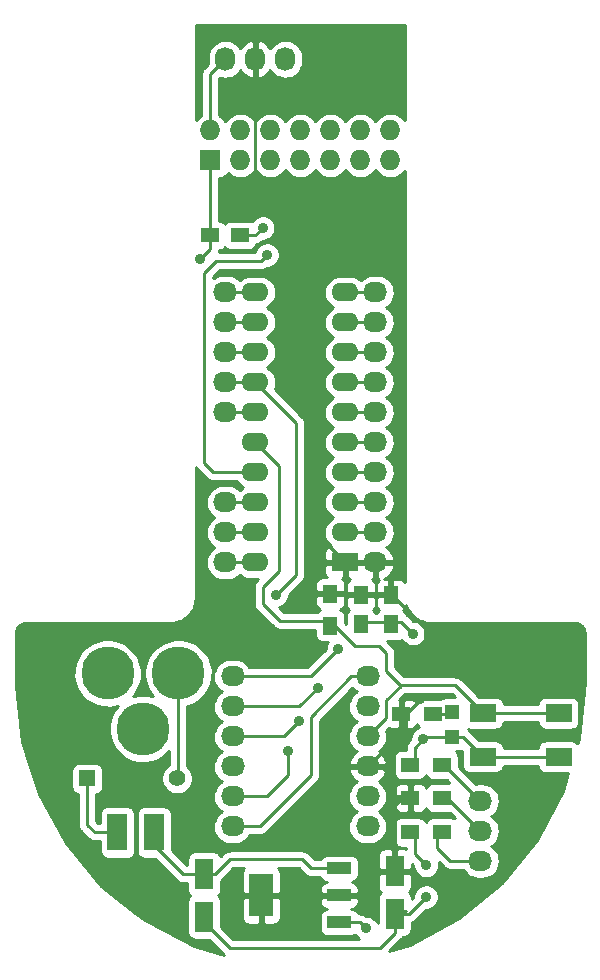
<source format=gtl>
G04 #@! TF.FileFunction,Copper,L1,Top,Signal*
%FSLAX46Y46*%
G04 Gerber Fmt 4.6, Leading zero omitted, Abs format (unit mm)*
G04 Created by KiCad (PCBNEW (2015-04-22 BZR 5620)-product) date 26/04/2015 14:37:40*
%MOMM*%
G01*
G04 APERTURE LIST*
%ADD10C,0.100000*%
%ADD11R,1.198880X1.198880*%
%ADD12R,1.600200X2.600960*%
%ADD13R,2.032000X3.657600*%
%ADD14R,2.032000X1.016000*%
%ADD15O,2.032000X1.727200*%
%ADD16R,1.397000X1.397000*%
%ADD17C,1.397000*%
%ADD18R,2.250000X1.500000*%
%ADD19R,2.286000X1.574800*%
%ADD20O,2.286000X1.574800*%
%ADD21O,1.727200X2.032000*%
%ADD22R,1.250000X1.500000*%
%ADD23R,1.500000X1.250000*%
%ADD24C,4.500000*%
%ADD25R,1.700000X3.150000*%
%ADD26R,1.500000X1.300000*%
%ADD27R,1.300000X1.500000*%
%ADD28R,1.727200X1.727200*%
%ADD29O,1.727200X1.727200*%
%ADD30C,0.889000*%
%ADD31C,0.254000*%
G04 APERTURE END LIST*
D10*
D11*
X221107000Y-106646980D03*
X221107000Y-108745020D03*
D12*
X200152000Y-120373140D03*
X200152000Y-123974860D03*
D13*
X204978000Y-122174000D03*
D14*
X211582000Y-122174000D03*
X211582000Y-119888000D03*
X211582000Y-124460000D03*
D15*
X202565000Y-103632000D03*
X202565000Y-106172000D03*
X202565000Y-108712000D03*
X202565000Y-111252000D03*
X202565000Y-113792000D03*
X202565000Y-116332000D03*
X213995000Y-103632000D03*
X213995000Y-106172000D03*
X213995000Y-108712000D03*
X213995000Y-111252000D03*
X213995000Y-113792000D03*
X213995000Y-116332000D03*
D16*
X190246000Y-112268000D03*
D17*
X197866000Y-112268000D03*
D18*
X230149000Y-110435000D03*
X223749000Y-110435000D03*
X230149000Y-106735000D03*
X223749000Y-106735000D03*
D19*
X212090000Y-93980000D03*
D20*
X212090000Y-91440000D03*
X212090000Y-88900000D03*
X212090000Y-86360000D03*
X212090000Y-83820000D03*
X212090000Y-81280000D03*
X212090000Y-78740000D03*
X212090000Y-76200000D03*
X212090000Y-73660000D03*
X212090000Y-71120000D03*
X204470000Y-71120000D03*
X204470000Y-73660000D03*
X204470000Y-76200000D03*
X204470000Y-78740000D03*
X204470000Y-81280000D03*
X204470000Y-83820000D03*
X204470000Y-86360000D03*
X204470000Y-88900000D03*
X204470000Y-91440000D03*
X204470000Y-93980000D03*
D15*
X201930000Y-93980000D03*
X201930000Y-91440000D03*
X201930000Y-88900000D03*
X201930000Y-81280000D03*
X201930000Y-78740000D03*
X201930000Y-76200000D03*
X201930000Y-73660000D03*
X201930000Y-71120000D03*
D21*
X201930000Y-51371500D03*
X204470000Y-51371500D03*
X207010000Y-51371500D03*
D12*
X216281000Y-120119140D03*
X216281000Y-123720860D03*
D22*
X215963500Y-99230500D03*
X215963500Y-96730500D03*
X213423500Y-99230500D03*
X213423500Y-96730500D03*
D23*
X200680000Y-66294000D03*
X203180000Y-66294000D03*
D24*
X197970140Y-103378000D03*
X191970660Y-103378000D03*
X194970400Y-108077000D03*
D25*
X195910000Y-116840000D03*
X192810000Y-116840000D03*
D15*
X223520000Y-119253000D03*
X223520000Y-116713000D03*
X223520000Y-114173000D03*
X214630000Y-93980000D03*
X214630000Y-91440000D03*
X214630000Y-88900000D03*
X214630000Y-86360000D03*
X214630000Y-83820000D03*
X214630000Y-81280000D03*
X214630000Y-78740000D03*
X214630000Y-76200000D03*
X214630000Y-73660000D03*
X214630000Y-71120000D03*
D26*
X219536000Y-106807000D03*
X216836000Y-106807000D03*
X220298000Y-113919000D03*
X217598000Y-113919000D03*
X217598000Y-116840000D03*
X220298000Y-116840000D03*
X217598000Y-111125000D03*
X220298000Y-111125000D03*
D27*
X210820000Y-99330500D03*
X210820000Y-96630500D03*
D28*
X200660000Y-59944000D03*
D29*
X200660000Y-57404000D03*
X203200000Y-59944000D03*
X203200000Y-57404000D03*
X205740000Y-59944000D03*
X205740000Y-57404000D03*
X208280000Y-59944000D03*
X208280000Y-57404000D03*
X210820000Y-59944000D03*
X210820000Y-57404000D03*
X213360000Y-59944000D03*
X213360000Y-57404000D03*
X215900000Y-59944000D03*
X215900000Y-57404000D03*
D30*
X205105000Y-65659000D03*
X218694000Y-108966000D03*
X218948000Y-119634000D03*
X218948000Y-122301000D03*
X217868500Y-100012500D03*
X218440000Y-105537000D03*
X218821000Y-103124000D03*
X199771000Y-68326000D03*
X213868000Y-124968000D03*
X211518500Y-101282500D03*
X209804000Y-104584500D03*
X208216500Y-107442000D03*
X207264000Y-109982000D03*
X206248000Y-96710500D03*
X205486000Y-67945000D03*
D31*
X195910000Y-116840000D02*
X195910000Y-117932000D01*
X195910000Y-117932000D02*
X198351140Y-120373140D01*
X198351140Y-120373140D02*
X200152000Y-120373140D01*
X201063860Y-120373140D02*
X202311000Y-119126000D01*
X202311000Y-119126000D02*
X208470500Y-119126000D01*
X208470500Y-119126000D02*
X209232500Y-119888000D01*
X209232500Y-119888000D02*
X211582000Y-119888000D01*
X200152000Y-120373140D02*
X201063860Y-120373140D01*
X203180000Y-66294000D02*
X204470000Y-66294000D01*
X204470000Y-66294000D02*
X205105000Y-65659000D01*
X222059020Y-108745020D02*
X223749000Y-110435000D01*
X230149000Y-110435000D02*
X223749000Y-110435000D01*
X221107000Y-108745020D02*
X218914980Y-108745020D01*
X217998000Y-109662000D02*
X217998000Y-111125000D01*
X217998000Y-109662000D02*
X218694000Y-108966000D01*
X218914980Y-108745020D02*
X218694000Y-108966000D01*
X221107000Y-108745020D02*
X222059020Y-108745020D01*
X216814400Y-123517660D02*
X217243660Y-123517660D01*
X216281000Y-125349000D02*
X216281000Y-123720860D01*
X215011000Y-126619000D02*
X216281000Y-125349000D01*
X202311000Y-126619000D02*
X215011000Y-126619000D01*
X200152000Y-124460000D02*
X202311000Y-126619000D01*
X200152000Y-123974860D02*
X200152000Y-124460000D01*
X217998000Y-118684000D02*
X218948000Y-119634000D01*
X218948000Y-122301000D02*
X217528140Y-123720860D01*
X217528140Y-123720860D02*
X216281000Y-123720860D01*
X217998000Y-116840000D02*
X217998000Y-118684000D01*
X201930000Y-93980000D02*
X204470000Y-93980000D01*
X213423500Y-98980500D02*
X215963500Y-98980500D01*
X216836500Y-98980500D02*
X217868500Y-100012500D01*
X215963500Y-98980500D02*
X216836500Y-98980500D01*
X212092500Y-93982500D02*
X212090000Y-93980000D01*
X216814400Y-119915940D02*
X216435940Y-119915940D01*
X212979000Y-122174000D02*
X215033860Y-120119140D01*
X215033860Y-120119140D02*
X216281000Y-120119140D01*
X211582000Y-122174000D02*
X212979000Y-122174000D01*
X216281000Y-114554000D02*
X216916000Y-113919000D01*
X216916000Y-113919000D02*
X217998000Y-113919000D01*
X216281000Y-120119140D02*
X216281000Y-114554000D01*
X216281000Y-112395000D02*
X215138000Y-111252000D01*
X215138000Y-111252000D02*
X213360000Y-111252000D01*
X216281000Y-114554000D02*
X216281000Y-112395000D01*
X212090000Y-93980000D02*
X214630000Y-93980000D01*
X204470000Y-61912500D02*
X205359000Y-62801500D01*
X205359000Y-62801500D02*
X209105500Y-62801500D01*
X209105500Y-62801500D02*
X210185000Y-63881000D01*
X210185000Y-63881000D02*
X210185000Y-92075000D01*
X210185000Y-92075000D02*
X212090000Y-93980000D01*
X204470000Y-51371500D02*
X204470000Y-61912500D01*
X217236000Y-108011000D02*
X213995000Y-111252000D01*
X217236000Y-106807000D02*
X217236000Y-108011000D01*
X218440000Y-105603000D02*
X217236000Y-106807000D01*
X218440000Y-105537000D02*
X218440000Y-105603000D01*
X218821000Y-99504500D02*
X218821000Y-103124000D01*
X216297000Y-96980500D02*
X218821000Y-99504500D01*
X215963500Y-96980500D02*
X216297000Y-96980500D01*
X197970140Y-103378000D02*
X197970140Y-112163860D01*
X197970140Y-112163860D02*
X197866000Y-112268000D01*
X190246000Y-112268000D02*
X190246000Y-116205000D01*
X190881000Y-116840000D02*
X192810000Y-116840000D01*
X190246000Y-116205000D02*
X190881000Y-116840000D01*
X220946980Y-106807000D02*
X221107000Y-106646980D01*
X219136000Y-106807000D02*
X220946980Y-106807000D01*
X200680000Y-66294000D02*
X200680000Y-67417000D01*
X200680000Y-67417000D02*
X199771000Y-68326000D01*
X200660000Y-59944000D02*
X200660000Y-66274000D01*
X200660000Y-66274000D02*
X200680000Y-66294000D01*
X212186500Y-100297000D02*
X212918000Y-101028500D01*
X215582500Y-103187500D02*
X216820750Y-104425750D01*
X215582500Y-103187500D02*
X215582500Y-101663500D01*
X214947500Y-101028500D02*
X215582500Y-101663500D01*
X212918000Y-101028500D02*
X214947500Y-101028500D01*
X223749000Y-106735000D02*
X230149000Y-106735000D01*
X206502000Y-85852000D02*
X204470000Y-83820000D01*
X210820000Y-98930500D02*
X206563000Y-98930500D01*
X206563000Y-98930500D02*
X205105000Y-97472500D01*
X205105000Y-97472500D02*
X205105000Y-96075500D01*
X205105000Y-96075500D02*
X206502000Y-94678500D01*
X206502000Y-94678500D02*
X206502000Y-85852000D01*
X221408000Y-104394000D02*
X216852500Y-104394000D01*
X223749000Y-106735000D02*
X221408000Y-104394000D01*
X216852500Y-104394000D02*
X216820750Y-104425750D01*
X216820750Y-104425750D02*
X215582500Y-105664000D01*
X215582500Y-107124500D02*
X213995000Y-108712000D01*
X215582500Y-105664000D02*
X215582500Y-107124500D01*
X212219500Y-100330000D02*
X212186500Y-100297000D01*
X212186500Y-100297000D02*
X210820000Y-98930500D01*
X200660000Y-59944000D02*
X200739500Y-60023500D01*
X223520000Y-116713000D02*
X220726000Y-113919000D01*
X220726000Y-113919000D02*
X220298000Y-113919000D01*
X219898000Y-113919000D02*
X220345000Y-113919000D01*
X213360000Y-124460000D02*
X213868000Y-124968000D01*
X211582000Y-124460000D02*
X213360000Y-124460000D01*
X212090000Y-88900000D02*
X214630000Y-88900000D01*
X209169000Y-103632000D02*
X211518500Y-101282500D01*
X202565000Y-103632000D02*
X209169000Y-103632000D01*
X214630000Y-81280000D02*
X212090000Y-81280000D01*
X208153000Y-106172000D02*
X209804000Y-104584500D01*
X202565000Y-106172000D02*
X208153000Y-106172000D01*
X203200000Y-108712000D02*
X203327000Y-108712000D01*
X214630000Y-76200000D02*
X212090000Y-76200000D01*
X206946500Y-108712000D02*
X208216500Y-107442000D01*
X202565000Y-108712000D02*
X206946500Y-108712000D01*
X201930000Y-81280000D02*
X204470000Y-81280000D01*
X205486000Y-113792000D02*
X207264000Y-112014000D01*
X207264000Y-112014000D02*
X207264000Y-109982000D01*
X202565000Y-113792000D02*
X205486000Y-113792000D01*
X212090000Y-86360000D02*
X214630000Y-86360000D01*
X204851000Y-116332000D02*
X209169000Y-112014000D01*
X209169000Y-112014000D02*
X209169000Y-107061000D01*
X209169000Y-107061000D02*
X212598000Y-103632000D01*
X212598000Y-103632000D02*
X213995000Y-103632000D01*
X202565000Y-116332000D02*
X204851000Y-116332000D01*
X214630000Y-78740000D02*
X212090000Y-78740000D01*
X201930000Y-78740000D02*
X204470000Y-78740000D01*
X206248000Y-96710500D02*
X207899000Y-95059500D01*
X207899000Y-95059500D02*
X207899000Y-82169000D01*
X207899000Y-82169000D02*
X204470000Y-78740000D01*
X201930000Y-91440000D02*
X204470000Y-91440000D01*
X201930000Y-88900000D02*
X204470000Y-88900000D01*
X214630000Y-91440000D02*
X212090000Y-91440000D01*
X212090000Y-83820000D02*
X214630000Y-83820000D01*
X214630000Y-73660000D02*
X212090000Y-73660000D01*
X214630000Y-71120000D02*
X212090000Y-71120000D01*
X201930000Y-76200000D02*
X204470000Y-76200000D01*
X201930000Y-73660000D02*
X204470000Y-73660000D01*
X201930000Y-71120000D02*
X204470000Y-71120000D01*
X200660000Y-52641500D02*
X200660000Y-57404000D01*
X201930000Y-51371500D02*
X200660000Y-52641500D01*
X200914000Y-86360000D02*
X204470000Y-86360000D01*
X200152000Y-85598000D02*
X200914000Y-86360000D01*
X200152000Y-69469000D02*
X200152000Y-85598000D01*
X201168000Y-68453000D02*
X200152000Y-69469000D01*
X204978000Y-68453000D02*
X201168000Y-68453000D01*
X205486000Y-67945000D02*
X204978000Y-68453000D01*
X219898000Y-118171000D02*
X220980000Y-119253000D01*
X220980000Y-119253000D02*
X223520000Y-119253000D01*
X219898000Y-116840000D02*
X219898000Y-118171000D01*
X223520000Y-114173000D02*
X220472000Y-111125000D01*
X220472000Y-111125000D02*
X220298000Y-111125000D01*
X219898000Y-111125000D02*
X220472000Y-111125000D01*
G36*
X217120000Y-56532839D02*
X216963363Y-56340784D01*
X216738006Y-56154353D01*
X216480731Y-56015245D01*
X216201335Y-55928758D01*
X215910462Y-55898186D01*
X215619190Y-55924693D01*
X215338615Y-56007271D01*
X215079422Y-56142774D01*
X214851485Y-56326040D01*
X214663485Y-56550089D01*
X214630700Y-56609723D01*
X214608216Y-56567436D01*
X214423363Y-56340784D01*
X214198006Y-56154353D01*
X213940731Y-56015245D01*
X213661335Y-55928758D01*
X213370462Y-55898186D01*
X213079190Y-55924693D01*
X212798615Y-56007271D01*
X212539422Y-56142774D01*
X212311485Y-56326040D01*
X212123485Y-56550089D01*
X212090700Y-56609723D01*
X212068216Y-56567436D01*
X211883363Y-56340784D01*
X211658006Y-56154353D01*
X211400731Y-56015245D01*
X211121335Y-55928758D01*
X210830462Y-55898186D01*
X210539190Y-55924693D01*
X210258615Y-56007271D01*
X209999422Y-56142774D01*
X209771485Y-56326040D01*
X209583485Y-56550089D01*
X209550700Y-56609723D01*
X209528216Y-56567436D01*
X209343363Y-56340784D01*
X209118006Y-56154353D01*
X208860731Y-56015245D01*
X208581335Y-55928758D01*
X208508600Y-55921113D01*
X208508600Y-51531888D01*
X208508600Y-51211112D01*
X208480059Y-50920032D01*
X208395525Y-50640040D01*
X208258216Y-50381799D01*
X208073363Y-50155147D01*
X207848006Y-49968716D01*
X207590731Y-49829608D01*
X207311335Y-49743121D01*
X207020462Y-49712549D01*
X206729190Y-49739056D01*
X206448615Y-49821634D01*
X206189422Y-49957137D01*
X205961485Y-50140403D01*
X205773485Y-50364452D01*
X205739444Y-50426372D01*
X205588486Y-50219771D01*
X205372035Y-50020767D01*
X205120919Y-49867814D01*
X204844789Y-49766791D01*
X204829026Y-49764142D01*
X204597000Y-49885283D01*
X204597000Y-51244500D01*
X204617000Y-51244500D01*
X204617000Y-51498500D01*
X204597000Y-51498500D01*
X204597000Y-52857717D01*
X204829026Y-52978858D01*
X204844789Y-52976209D01*
X205120919Y-52875186D01*
X205372035Y-52722233D01*
X205588486Y-52523229D01*
X205738656Y-52317705D01*
X205761784Y-52361201D01*
X205946637Y-52587853D01*
X206171994Y-52774284D01*
X206429269Y-52913392D01*
X206708665Y-52999879D01*
X206999538Y-53030451D01*
X207290810Y-53003944D01*
X207571385Y-52921366D01*
X207830578Y-52785863D01*
X208058515Y-52602597D01*
X208246515Y-52378548D01*
X208387416Y-52122249D01*
X208475852Y-51843464D01*
X208508454Y-51552812D01*
X208508600Y-51531888D01*
X208508600Y-55921113D01*
X208290462Y-55898186D01*
X207999190Y-55924693D01*
X207718615Y-56007271D01*
X207459422Y-56142774D01*
X207231485Y-56326040D01*
X207043485Y-56550089D01*
X207010700Y-56609723D01*
X206988216Y-56567436D01*
X206803363Y-56340784D01*
X206578006Y-56154353D01*
X206320731Y-56015245D01*
X206041335Y-55928758D01*
X205750462Y-55898186D01*
X205459190Y-55924693D01*
X205178615Y-56007271D01*
X204919422Y-56142774D01*
X204691485Y-56326040D01*
X204503485Y-56550089D01*
X204470700Y-56609723D01*
X204448216Y-56567436D01*
X204263363Y-56340784D01*
X204038006Y-56154353D01*
X203780731Y-56015245D01*
X203501335Y-55928758D01*
X203210462Y-55898186D01*
X202919190Y-55924693D01*
X202638615Y-56007271D01*
X202379422Y-56142774D01*
X202151485Y-56326040D01*
X201963485Y-56550089D01*
X201930700Y-56609723D01*
X201908216Y-56567436D01*
X201723363Y-56340784D01*
X201498006Y-56154353D01*
X201422000Y-56113256D01*
X201422000Y-52957130D01*
X201438207Y-52940922D01*
X201628665Y-52999879D01*
X201919538Y-53030451D01*
X202210810Y-53003944D01*
X202491385Y-52921366D01*
X202750578Y-52785863D01*
X202978515Y-52602597D01*
X203166515Y-52378548D01*
X203200555Y-52316627D01*
X203351514Y-52523229D01*
X203567965Y-52722233D01*
X203819081Y-52875186D01*
X204095211Y-52976209D01*
X204110974Y-52978858D01*
X204343000Y-52857717D01*
X204343000Y-51498500D01*
X204323000Y-51498500D01*
X204323000Y-51244500D01*
X204343000Y-51244500D01*
X204343000Y-49885283D01*
X204110974Y-49764142D01*
X204095211Y-49766791D01*
X203819081Y-49867814D01*
X203567965Y-50020767D01*
X203351514Y-50219771D01*
X203201343Y-50425294D01*
X203178216Y-50381799D01*
X202993363Y-50155147D01*
X202768006Y-49968716D01*
X202510731Y-49829608D01*
X202231335Y-49743121D01*
X201940462Y-49712549D01*
X201649190Y-49739056D01*
X201368615Y-49821634D01*
X201109422Y-49957137D01*
X200881485Y-50140403D01*
X200693485Y-50364452D01*
X200552584Y-50620751D01*
X200464148Y-50899536D01*
X200431546Y-51190188D01*
X200431400Y-51211112D01*
X200431400Y-51531888D01*
X200454669Y-51769200D01*
X200121185Y-52102685D01*
X200076487Y-52157099D01*
X200031264Y-52210995D01*
X200029335Y-52214502D01*
X200026789Y-52217603D01*
X199993510Y-52279668D01*
X199959619Y-52341316D01*
X199958407Y-52345136D01*
X199956514Y-52348667D01*
X199935939Y-52415964D01*
X199914652Y-52483071D01*
X199914205Y-52487054D01*
X199913034Y-52490885D01*
X199905924Y-52560872D01*
X199898074Y-52630861D01*
X199898019Y-52638697D01*
X199898005Y-52638840D01*
X199898017Y-52638973D01*
X199898000Y-52641500D01*
X199898000Y-56112150D01*
X199839422Y-56142774D01*
X199611485Y-56326040D01*
X199440000Y-56530407D01*
X199440000Y-48437000D01*
X217120000Y-48437000D01*
X217120000Y-56532839D01*
X217120000Y-56532839D01*
G37*
X217120000Y-56532839D02*
X216963363Y-56340784D01*
X216738006Y-56154353D01*
X216480731Y-56015245D01*
X216201335Y-55928758D01*
X215910462Y-55898186D01*
X215619190Y-55924693D01*
X215338615Y-56007271D01*
X215079422Y-56142774D01*
X214851485Y-56326040D01*
X214663485Y-56550089D01*
X214630700Y-56609723D01*
X214608216Y-56567436D01*
X214423363Y-56340784D01*
X214198006Y-56154353D01*
X213940731Y-56015245D01*
X213661335Y-55928758D01*
X213370462Y-55898186D01*
X213079190Y-55924693D01*
X212798615Y-56007271D01*
X212539422Y-56142774D01*
X212311485Y-56326040D01*
X212123485Y-56550089D01*
X212090700Y-56609723D01*
X212068216Y-56567436D01*
X211883363Y-56340784D01*
X211658006Y-56154353D01*
X211400731Y-56015245D01*
X211121335Y-55928758D01*
X210830462Y-55898186D01*
X210539190Y-55924693D01*
X210258615Y-56007271D01*
X209999422Y-56142774D01*
X209771485Y-56326040D01*
X209583485Y-56550089D01*
X209550700Y-56609723D01*
X209528216Y-56567436D01*
X209343363Y-56340784D01*
X209118006Y-56154353D01*
X208860731Y-56015245D01*
X208581335Y-55928758D01*
X208508600Y-55921113D01*
X208508600Y-51531888D01*
X208508600Y-51211112D01*
X208480059Y-50920032D01*
X208395525Y-50640040D01*
X208258216Y-50381799D01*
X208073363Y-50155147D01*
X207848006Y-49968716D01*
X207590731Y-49829608D01*
X207311335Y-49743121D01*
X207020462Y-49712549D01*
X206729190Y-49739056D01*
X206448615Y-49821634D01*
X206189422Y-49957137D01*
X205961485Y-50140403D01*
X205773485Y-50364452D01*
X205739444Y-50426372D01*
X205588486Y-50219771D01*
X205372035Y-50020767D01*
X205120919Y-49867814D01*
X204844789Y-49766791D01*
X204829026Y-49764142D01*
X204597000Y-49885283D01*
X204597000Y-51244500D01*
X204617000Y-51244500D01*
X204617000Y-51498500D01*
X204597000Y-51498500D01*
X204597000Y-52857717D01*
X204829026Y-52978858D01*
X204844789Y-52976209D01*
X205120919Y-52875186D01*
X205372035Y-52722233D01*
X205588486Y-52523229D01*
X205738656Y-52317705D01*
X205761784Y-52361201D01*
X205946637Y-52587853D01*
X206171994Y-52774284D01*
X206429269Y-52913392D01*
X206708665Y-52999879D01*
X206999538Y-53030451D01*
X207290810Y-53003944D01*
X207571385Y-52921366D01*
X207830578Y-52785863D01*
X208058515Y-52602597D01*
X208246515Y-52378548D01*
X208387416Y-52122249D01*
X208475852Y-51843464D01*
X208508454Y-51552812D01*
X208508600Y-51531888D01*
X208508600Y-55921113D01*
X208290462Y-55898186D01*
X207999190Y-55924693D01*
X207718615Y-56007271D01*
X207459422Y-56142774D01*
X207231485Y-56326040D01*
X207043485Y-56550089D01*
X207010700Y-56609723D01*
X206988216Y-56567436D01*
X206803363Y-56340784D01*
X206578006Y-56154353D01*
X206320731Y-56015245D01*
X206041335Y-55928758D01*
X205750462Y-55898186D01*
X205459190Y-55924693D01*
X205178615Y-56007271D01*
X204919422Y-56142774D01*
X204691485Y-56326040D01*
X204503485Y-56550089D01*
X204470700Y-56609723D01*
X204448216Y-56567436D01*
X204263363Y-56340784D01*
X204038006Y-56154353D01*
X203780731Y-56015245D01*
X203501335Y-55928758D01*
X203210462Y-55898186D01*
X202919190Y-55924693D01*
X202638615Y-56007271D01*
X202379422Y-56142774D01*
X202151485Y-56326040D01*
X201963485Y-56550089D01*
X201930700Y-56609723D01*
X201908216Y-56567436D01*
X201723363Y-56340784D01*
X201498006Y-56154353D01*
X201422000Y-56113256D01*
X201422000Y-52957130D01*
X201438207Y-52940922D01*
X201628665Y-52999879D01*
X201919538Y-53030451D01*
X202210810Y-53003944D01*
X202491385Y-52921366D01*
X202750578Y-52785863D01*
X202978515Y-52602597D01*
X203166515Y-52378548D01*
X203200555Y-52316627D01*
X203351514Y-52523229D01*
X203567965Y-52722233D01*
X203819081Y-52875186D01*
X204095211Y-52976209D01*
X204110974Y-52978858D01*
X204343000Y-52857717D01*
X204343000Y-51498500D01*
X204323000Y-51498500D01*
X204323000Y-51244500D01*
X204343000Y-51244500D01*
X204343000Y-49885283D01*
X204110974Y-49764142D01*
X204095211Y-49766791D01*
X203819081Y-49867814D01*
X203567965Y-50020767D01*
X203351514Y-50219771D01*
X203201343Y-50425294D01*
X203178216Y-50381799D01*
X202993363Y-50155147D01*
X202768006Y-49968716D01*
X202510731Y-49829608D01*
X202231335Y-49743121D01*
X201940462Y-49712549D01*
X201649190Y-49739056D01*
X201368615Y-49821634D01*
X201109422Y-49957137D01*
X200881485Y-50140403D01*
X200693485Y-50364452D01*
X200552584Y-50620751D01*
X200464148Y-50899536D01*
X200431546Y-51190188D01*
X200431400Y-51211112D01*
X200431400Y-51531888D01*
X200454669Y-51769200D01*
X200121185Y-52102685D01*
X200076487Y-52157099D01*
X200031264Y-52210995D01*
X200029335Y-52214502D01*
X200026789Y-52217603D01*
X199993510Y-52279668D01*
X199959619Y-52341316D01*
X199958407Y-52345136D01*
X199956514Y-52348667D01*
X199935939Y-52415964D01*
X199914652Y-52483071D01*
X199914205Y-52487054D01*
X199913034Y-52490885D01*
X199905924Y-52560872D01*
X199898074Y-52630861D01*
X199898019Y-52638697D01*
X199898005Y-52638840D01*
X199898017Y-52638973D01*
X199898000Y-52641500D01*
X199898000Y-56112150D01*
X199839422Y-56142774D01*
X199611485Y-56326040D01*
X199440000Y-56530407D01*
X199440000Y-48437000D01*
X217120000Y-48437000D01*
X217120000Y-56532839D01*
G36*
X217120000Y-95632975D02*
X217081737Y-95575711D01*
X216993289Y-95487263D01*
X216889285Y-95417770D01*
X216773723Y-95369903D01*
X216651042Y-95345500D01*
X216525958Y-95345500D01*
X216288951Y-95345500D01*
X216288951Y-91450462D01*
X216262444Y-91159190D01*
X216179866Y-90878615D01*
X216044363Y-90619422D01*
X215861097Y-90391485D01*
X215637048Y-90203485D01*
X215577413Y-90170700D01*
X215619701Y-90148216D01*
X215846353Y-89963363D01*
X216032784Y-89738006D01*
X216171892Y-89480731D01*
X216258379Y-89201335D01*
X216288951Y-88910462D01*
X216262444Y-88619190D01*
X216179866Y-88338615D01*
X216044363Y-88079422D01*
X215861097Y-87851485D01*
X215637048Y-87663485D01*
X215577413Y-87630700D01*
X215619701Y-87608216D01*
X215846353Y-87423363D01*
X216032784Y-87198006D01*
X216171892Y-86940731D01*
X216258379Y-86661335D01*
X216288951Y-86370462D01*
X216262444Y-86079190D01*
X216179866Y-85798615D01*
X216044363Y-85539422D01*
X215861097Y-85311485D01*
X215637048Y-85123485D01*
X215577413Y-85090700D01*
X215619701Y-85068216D01*
X215846353Y-84883363D01*
X216032784Y-84658006D01*
X216171892Y-84400731D01*
X216258379Y-84121335D01*
X216288951Y-83830462D01*
X216262444Y-83539190D01*
X216179866Y-83258615D01*
X216044363Y-82999422D01*
X215861097Y-82771485D01*
X215637048Y-82583485D01*
X215577413Y-82550700D01*
X215619701Y-82528216D01*
X215846353Y-82343363D01*
X216032784Y-82118006D01*
X216171892Y-81860731D01*
X216258379Y-81581335D01*
X216288951Y-81290462D01*
X216262444Y-80999190D01*
X216179866Y-80718615D01*
X216044363Y-80459422D01*
X215861097Y-80231485D01*
X215637048Y-80043485D01*
X215577413Y-80010700D01*
X215619701Y-79988216D01*
X215846353Y-79803363D01*
X216032784Y-79578006D01*
X216171892Y-79320731D01*
X216258379Y-79041335D01*
X216288951Y-78750462D01*
X216262444Y-78459190D01*
X216179866Y-78178615D01*
X216044363Y-77919422D01*
X215861097Y-77691485D01*
X215637048Y-77503485D01*
X215577413Y-77470700D01*
X215619701Y-77448216D01*
X215846353Y-77263363D01*
X216032784Y-77038006D01*
X216171892Y-76780731D01*
X216258379Y-76501335D01*
X216288951Y-76210462D01*
X216262444Y-75919190D01*
X216179866Y-75638615D01*
X216044363Y-75379422D01*
X215861097Y-75151485D01*
X215637048Y-74963485D01*
X215577413Y-74930700D01*
X215619701Y-74908216D01*
X215846353Y-74723363D01*
X216032784Y-74498006D01*
X216171892Y-74240731D01*
X216258379Y-73961335D01*
X216288951Y-73670462D01*
X216262444Y-73379190D01*
X216179866Y-73098615D01*
X216044363Y-72839422D01*
X215861097Y-72611485D01*
X215637048Y-72423485D01*
X215577413Y-72390700D01*
X215619701Y-72368216D01*
X215846353Y-72183363D01*
X216032784Y-71958006D01*
X216171892Y-71700731D01*
X216258379Y-71421335D01*
X216288951Y-71130462D01*
X216262444Y-70839190D01*
X216179866Y-70558615D01*
X216044363Y-70299422D01*
X215861097Y-70071485D01*
X215637048Y-69883485D01*
X215380749Y-69742584D01*
X215101964Y-69654148D01*
X214811312Y-69621546D01*
X214790388Y-69621400D01*
X214469612Y-69621400D01*
X214178532Y-69649941D01*
X213898540Y-69734475D01*
X213640299Y-69871784D01*
X213413647Y-70056637D01*
X213403645Y-70068727D01*
X213257812Y-69946359D01*
X213014546Y-69812622D01*
X212749937Y-69728683D01*
X212474063Y-69697739D01*
X212454203Y-69697600D01*
X211725797Y-69697600D01*
X211449518Y-69724689D01*
X211183762Y-69804926D01*
X210938653Y-69935253D01*
X210723525Y-70110707D01*
X210546574Y-70324604D01*
X210414539Y-70568798D01*
X210332449Y-70833987D01*
X210303432Y-71110070D01*
X210328592Y-71386531D01*
X210406971Y-71652840D01*
X210535583Y-71898854D01*
X210709531Y-72115201D01*
X210922188Y-72293641D01*
X211098214Y-72390412D01*
X210938653Y-72475253D01*
X210723525Y-72650707D01*
X210546574Y-72864604D01*
X210414539Y-73108798D01*
X210332449Y-73373987D01*
X210303432Y-73650070D01*
X210328592Y-73926531D01*
X210406971Y-74192840D01*
X210535583Y-74438854D01*
X210709531Y-74655201D01*
X210922188Y-74833641D01*
X211098214Y-74930412D01*
X210938653Y-75015253D01*
X210723525Y-75190707D01*
X210546574Y-75404604D01*
X210414539Y-75648798D01*
X210332449Y-75913987D01*
X210303432Y-76190070D01*
X210328592Y-76466531D01*
X210406971Y-76732840D01*
X210535583Y-76978854D01*
X210709531Y-77195201D01*
X210922188Y-77373641D01*
X211098214Y-77470412D01*
X210938653Y-77555253D01*
X210723525Y-77730707D01*
X210546574Y-77944604D01*
X210414539Y-78188798D01*
X210332449Y-78453987D01*
X210303432Y-78730070D01*
X210328592Y-79006531D01*
X210406971Y-79272840D01*
X210535583Y-79518854D01*
X210709531Y-79735201D01*
X210922188Y-79913641D01*
X211098214Y-80010412D01*
X210938653Y-80095253D01*
X210723525Y-80270707D01*
X210546574Y-80484604D01*
X210414539Y-80728798D01*
X210332449Y-80993987D01*
X210303432Y-81270070D01*
X210328592Y-81546531D01*
X210406971Y-81812840D01*
X210535583Y-82058854D01*
X210709531Y-82275201D01*
X210922188Y-82453641D01*
X211098214Y-82550412D01*
X210938653Y-82635253D01*
X210723525Y-82810707D01*
X210546574Y-83024604D01*
X210414539Y-83268798D01*
X210332449Y-83533987D01*
X210303432Y-83810070D01*
X210328592Y-84086531D01*
X210406971Y-84352840D01*
X210535583Y-84598854D01*
X210709531Y-84815201D01*
X210922188Y-84993641D01*
X211098214Y-85090412D01*
X210938653Y-85175253D01*
X210723525Y-85350707D01*
X210546574Y-85564604D01*
X210414539Y-85808798D01*
X210332449Y-86073987D01*
X210303432Y-86350070D01*
X210328592Y-86626531D01*
X210406971Y-86892840D01*
X210535583Y-87138854D01*
X210709531Y-87355201D01*
X210922188Y-87533641D01*
X211098214Y-87630412D01*
X210938653Y-87715253D01*
X210723525Y-87890707D01*
X210546574Y-88104604D01*
X210414539Y-88348798D01*
X210332449Y-88613987D01*
X210303432Y-88890070D01*
X210328592Y-89166531D01*
X210406971Y-89432840D01*
X210535583Y-89678854D01*
X210709531Y-89895201D01*
X210922188Y-90073641D01*
X211098214Y-90170412D01*
X210938653Y-90255253D01*
X210723525Y-90430707D01*
X210546574Y-90644604D01*
X210414539Y-90888798D01*
X210332449Y-91153987D01*
X210303432Y-91430070D01*
X210328592Y-91706531D01*
X210406971Y-91972840D01*
X210535583Y-92218854D01*
X210709531Y-92435201D01*
X210860969Y-92562272D01*
X210761777Y-92582003D01*
X210646215Y-92629870D01*
X210542211Y-92699363D01*
X210453763Y-92787811D01*
X210384270Y-92891815D01*
X210336403Y-93007377D01*
X210312000Y-93130058D01*
X210312000Y-93694250D01*
X210470750Y-93853000D01*
X211963000Y-93853000D01*
X211963000Y-93833000D01*
X212217000Y-93833000D01*
X212217000Y-93853000D01*
X213143783Y-93853000D01*
X213709250Y-93853000D01*
X214503000Y-93853000D01*
X214503000Y-93833000D01*
X214757000Y-93833000D01*
X214757000Y-93853000D01*
X216116217Y-93853000D01*
X216237358Y-93620974D01*
X216234709Y-93605211D01*
X216133686Y-93329081D01*
X215980733Y-93077965D01*
X215781729Y-92861514D01*
X215576205Y-92711343D01*
X215619701Y-92688216D01*
X215846353Y-92503363D01*
X216032784Y-92278006D01*
X216171892Y-92020731D01*
X216258379Y-91741335D01*
X216288951Y-91450462D01*
X216288951Y-95345500D01*
X216249250Y-95345500D01*
X216237358Y-95357392D01*
X216237358Y-94339026D01*
X216116217Y-94107000D01*
X214757000Y-94107000D01*
X214757000Y-95320925D01*
X214978803Y-95457133D01*
X214933711Y-95487263D01*
X214845263Y-95575711D01*
X214775770Y-95679715D01*
X214727903Y-95795277D01*
X214703500Y-95917958D01*
X214703500Y-96444750D01*
X214862250Y-96603500D01*
X215836500Y-96603500D01*
X215836500Y-95504250D01*
X215677750Y-95345500D01*
X215401042Y-95345500D01*
X215385913Y-95345500D01*
X215544321Y-95271954D01*
X215781729Y-95098486D01*
X215980733Y-94882035D01*
X216133686Y-94630919D01*
X216234709Y-94354789D01*
X216237358Y-94339026D01*
X216237358Y-95357392D01*
X216090500Y-95504250D01*
X216090500Y-96603500D01*
X216110500Y-96603500D01*
X216110500Y-96857500D01*
X216090500Y-96857500D01*
X216090500Y-96877500D01*
X215836500Y-96877500D01*
X215836500Y-96857500D01*
X214862250Y-96857500D01*
X214703500Y-97016250D01*
X214703500Y-97543042D01*
X214727903Y-97665723D01*
X214775770Y-97781285D01*
X214845263Y-97885289D01*
X214933711Y-97973737D01*
X214946561Y-97982323D01*
X214915066Y-98003174D01*
X214799058Y-98139708D01*
X214763627Y-98218500D01*
X214628492Y-98218500D01*
X214624727Y-98206459D01*
X214525826Y-98057066D01*
X214438994Y-97983288D01*
X214453289Y-97973737D01*
X214541737Y-97885289D01*
X214611230Y-97781285D01*
X214659097Y-97665723D01*
X214683500Y-97543042D01*
X214683500Y-97016250D01*
X214683500Y-96444750D01*
X214683500Y-95917958D01*
X214659097Y-95795277D01*
X214611230Y-95679715D01*
X214541737Y-95575711D01*
X214453289Y-95487263D01*
X214349285Y-95417770D01*
X214346903Y-95416783D01*
X214503000Y-95320925D01*
X214503000Y-94107000D01*
X213709250Y-94107000D01*
X213143783Y-94107000D01*
X212217000Y-94107000D01*
X212217000Y-95243650D01*
X212375750Y-95402400D01*
X212534821Y-95402400D01*
X212497715Y-95417770D01*
X212393711Y-95487263D01*
X212305263Y-95575711D01*
X212235770Y-95679715D01*
X212187903Y-95795277D01*
X212163500Y-95917958D01*
X212163500Y-96444750D01*
X212322250Y-96603500D01*
X213296500Y-96603500D01*
X213296500Y-96583500D01*
X213550500Y-96583500D01*
X213550500Y-96603500D01*
X214524750Y-96603500D01*
X214683500Y-96444750D01*
X214683500Y-97016250D01*
X214524750Y-96857500D01*
X213550500Y-96857500D01*
X213550500Y-96877500D01*
X213296500Y-96877500D01*
X213296500Y-96857500D01*
X212322250Y-96857500D01*
X212163500Y-97016250D01*
X212163500Y-97543042D01*
X212187903Y-97665723D01*
X212235770Y-97781285D01*
X212305263Y-97885289D01*
X212393711Y-97973737D01*
X212406561Y-97982323D01*
X212375066Y-98003174D01*
X212259058Y-98139708D01*
X212185581Y-98303111D01*
X212160428Y-98480500D01*
X212160428Y-99193298D01*
X212108072Y-99140942D01*
X212108072Y-98580500D01*
X212099697Y-98477457D01*
X212046227Y-98306459D01*
X211947326Y-98157066D01*
X211810792Y-98041058D01*
X211678366Y-97981510D01*
X211770785Y-97943230D01*
X211874789Y-97873737D01*
X211963237Y-97785289D01*
X212032730Y-97681285D01*
X212080597Y-97565723D01*
X212105000Y-97443042D01*
X212105000Y-96916250D01*
X212105000Y-96344750D01*
X212105000Y-95817958D01*
X212080597Y-95695277D01*
X212032730Y-95579715D01*
X211963237Y-95475711D01*
X211874789Y-95387263D01*
X211841577Y-95365072D01*
X211963000Y-95243650D01*
X211963000Y-94107000D01*
X210470750Y-94107000D01*
X210312000Y-94265750D01*
X210312000Y-94829942D01*
X210336403Y-94952623D01*
X210384270Y-95068185D01*
X210453763Y-95172189D01*
X210527074Y-95245500D01*
X210232542Y-95245500D01*
X210107458Y-95245500D01*
X209984777Y-95269903D01*
X209869215Y-95317770D01*
X209765211Y-95387263D01*
X209676763Y-95475711D01*
X209607270Y-95579715D01*
X209559403Y-95695277D01*
X209535000Y-95817958D01*
X209535000Y-96344750D01*
X209693750Y-96503500D01*
X210693000Y-96503500D01*
X210693000Y-96483500D01*
X210947000Y-96483500D01*
X210947000Y-96503500D01*
X211946250Y-96503500D01*
X212105000Y-96344750D01*
X212105000Y-96916250D01*
X211946250Y-96757500D01*
X210947000Y-96757500D01*
X210947000Y-96777500D01*
X210693000Y-96777500D01*
X210693000Y-96757500D01*
X209693750Y-96757500D01*
X209535000Y-96916250D01*
X209535000Y-97443042D01*
X209559403Y-97565723D01*
X209607270Y-97681285D01*
X209676763Y-97785289D01*
X209765211Y-97873737D01*
X209869215Y-97943230D01*
X209964696Y-97982779D01*
X209895959Y-98004273D01*
X209746566Y-98103174D01*
X209691060Y-98168500D01*
X206878630Y-98168500D01*
X206476533Y-97766403D01*
X206539704Y-97755265D01*
X206737077Y-97678708D01*
X206915822Y-97565273D01*
X207069130Y-97419280D01*
X207191161Y-97246290D01*
X207277268Y-97052892D01*
X207324170Y-96846452D01*
X207326074Y-96710055D01*
X208437816Y-95598315D01*
X208482537Y-95543870D01*
X208527736Y-95490005D01*
X208529664Y-95486497D01*
X208532211Y-95483397D01*
X208565498Y-95421315D01*
X208599381Y-95359684D01*
X208600592Y-95355865D01*
X208602487Y-95352332D01*
X208623083Y-95284962D01*
X208644348Y-95217929D01*
X208644794Y-95213950D01*
X208645967Y-95210115D01*
X208653085Y-95140033D01*
X208660926Y-95070139D01*
X208660980Y-95062313D01*
X208660996Y-95062160D01*
X208660982Y-95062017D01*
X208661000Y-95059500D01*
X208661000Y-82169000D01*
X208654126Y-82098894D01*
X208647996Y-82028829D01*
X208646879Y-82024985D01*
X208646488Y-82020993D01*
X208626126Y-81953552D01*
X208606506Y-81886018D01*
X208604662Y-81882462D01*
X208603504Y-81878624D01*
X208570454Y-81816467D01*
X208538067Y-81753985D01*
X208535566Y-81750852D01*
X208533686Y-81747316D01*
X208489216Y-81692791D01*
X208445286Y-81637760D01*
X208439784Y-81632181D01*
X208439693Y-81632069D01*
X208439589Y-81631983D01*
X208437815Y-81630184D01*
X206129096Y-79321466D01*
X206145461Y-79291202D01*
X206227551Y-79026013D01*
X206256568Y-78749930D01*
X206231408Y-78473469D01*
X206153029Y-78207160D01*
X206024417Y-77961146D01*
X205850469Y-77744799D01*
X205637812Y-77566359D01*
X205461785Y-77469587D01*
X205621347Y-77384747D01*
X205836475Y-77209293D01*
X206013426Y-76995396D01*
X206145461Y-76751202D01*
X206227551Y-76486013D01*
X206256568Y-76209930D01*
X206231408Y-75933469D01*
X206153029Y-75667160D01*
X206024417Y-75421146D01*
X205850469Y-75204799D01*
X205637812Y-75026359D01*
X205461785Y-74929587D01*
X205621347Y-74844747D01*
X205836475Y-74669293D01*
X206013426Y-74455396D01*
X206145461Y-74211202D01*
X206227551Y-73946013D01*
X206256568Y-73669930D01*
X206231408Y-73393469D01*
X206153029Y-73127160D01*
X206024417Y-72881146D01*
X205850469Y-72664799D01*
X205637812Y-72486359D01*
X205461785Y-72389587D01*
X205621347Y-72304747D01*
X205836475Y-72129293D01*
X206013426Y-71915396D01*
X206145461Y-71671202D01*
X206227551Y-71406013D01*
X206256568Y-71129930D01*
X206231408Y-70853469D01*
X206153029Y-70587160D01*
X206024417Y-70341146D01*
X205850469Y-70124799D01*
X205637812Y-69946359D01*
X205394546Y-69812622D01*
X205129937Y-69728683D01*
X204854063Y-69697739D01*
X204834203Y-69697600D01*
X204105797Y-69697600D01*
X203829518Y-69724689D01*
X203563762Y-69804926D01*
X203318653Y-69935253D01*
X203156423Y-70067563D01*
X202937048Y-69883485D01*
X202680749Y-69742584D01*
X202401964Y-69654148D01*
X202111312Y-69621546D01*
X202090388Y-69621400D01*
X201769612Y-69621400D01*
X201478532Y-69649941D01*
X201198540Y-69734475D01*
X200940299Y-69871784D01*
X200914000Y-69893232D01*
X200914000Y-69784630D01*
X201483630Y-69215000D01*
X204978000Y-69215000D01*
X205048113Y-69208125D01*
X205118170Y-69201996D01*
X205122012Y-69200879D01*
X205126007Y-69200488D01*
X205193459Y-69180122D01*
X205260982Y-69160506D01*
X205264537Y-69158662D01*
X205268376Y-69157504D01*
X205330553Y-69124443D01*
X205393014Y-69092067D01*
X205396144Y-69089568D01*
X205399684Y-69087686D01*
X205454230Y-69043199D01*
X205477522Y-69024605D01*
X205569219Y-69026526D01*
X205777704Y-68989765D01*
X205975077Y-68913208D01*
X206153822Y-68799773D01*
X206307130Y-68653780D01*
X206429161Y-68480790D01*
X206515268Y-68287392D01*
X206562170Y-68080952D01*
X206565546Y-67839150D01*
X206524426Y-67631481D01*
X206443754Y-67435753D01*
X206326600Y-67259423D01*
X206177428Y-67109207D01*
X206001921Y-66990825D01*
X205806761Y-66908788D01*
X205599384Y-66866219D01*
X205387689Y-66864741D01*
X205179738Y-66904410D01*
X204983452Y-66983715D01*
X204806308Y-67099634D01*
X204655054Y-67247753D01*
X204535450Y-67422431D01*
X204452052Y-67617012D01*
X204436325Y-67691000D01*
X201389243Y-67691000D01*
X201404060Y-67642535D01*
X201425348Y-67575429D01*
X201425794Y-67571445D01*
X201426966Y-67567615D01*
X201428036Y-67557072D01*
X201430000Y-67557072D01*
X201533043Y-67548697D01*
X201704041Y-67495227D01*
X201853434Y-67396326D01*
X201929266Y-67307076D01*
X201952674Y-67342434D01*
X202089208Y-67458442D01*
X202252611Y-67531919D01*
X202430000Y-67557072D01*
X203930000Y-67557072D01*
X204033043Y-67548697D01*
X204204041Y-67495227D01*
X204353434Y-67396326D01*
X204469442Y-67259792D01*
X204542919Y-67096389D01*
X204549740Y-67048283D01*
X204610170Y-67042996D01*
X204614012Y-67041879D01*
X204618007Y-67041488D01*
X204685459Y-67021122D01*
X204752982Y-67001506D01*
X204756537Y-66999662D01*
X204760376Y-66998504D01*
X204822553Y-66965443D01*
X204885014Y-66933067D01*
X204888144Y-66930568D01*
X204891684Y-66928686D01*
X204946230Y-66884199D01*
X205001240Y-66840286D01*
X205006814Y-66834787D01*
X205006931Y-66834693D01*
X205007020Y-66834585D01*
X205008815Y-66832815D01*
X205102891Y-66738738D01*
X205188219Y-66740526D01*
X205396704Y-66703765D01*
X205594077Y-66627208D01*
X205772822Y-66513773D01*
X205926130Y-66367780D01*
X206048161Y-66194790D01*
X206134268Y-66001392D01*
X206181170Y-65794952D01*
X206184546Y-65553150D01*
X206143426Y-65345481D01*
X206062754Y-65149753D01*
X205945600Y-64973423D01*
X205796428Y-64823207D01*
X205620921Y-64704825D01*
X205425761Y-64622788D01*
X205218384Y-64580219D01*
X205006689Y-64578741D01*
X204798738Y-64618410D01*
X204602452Y-64697715D01*
X204425308Y-64813634D01*
X204274054Y-64961753D01*
X204185436Y-65091176D01*
X204107389Y-65056081D01*
X203930000Y-65030928D01*
X202430000Y-65030928D01*
X202326957Y-65039303D01*
X202155959Y-65092773D01*
X202006566Y-65191674D01*
X201930733Y-65280923D01*
X201907326Y-65245566D01*
X201770792Y-65129558D01*
X201607389Y-65056081D01*
X201430000Y-65030928D01*
X201422000Y-65030928D01*
X201422000Y-61445672D01*
X201523600Y-61445672D01*
X201626643Y-61437297D01*
X201797641Y-61383827D01*
X201947034Y-61284926D01*
X202063042Y-61148392D01*
X202130118Y-60999223D01*
X202136637Y-61007216D01*
X202361994Y-61193647D01*
X202619269Y-61332755D01*
X202898665Y-61419242D01*
X203189538Y-61449814D01*
X203480810Y-61423307D01*
X203761385Y-61340729D01*
X204020578Y-61205226D01*
X204248515Y-61021960D01*
X204436515Y-60797911D01*
X204469299Y-60738276D01*
X204491784Y-60780564D01*
X204676637Y-61007216D01*
X204901994Y-61193647D01*
X205159269Y-61332755D01*
X205438665Y-61419242D01*
X205729538Y-61449814D01*
X206020810Y-61423307D01*
X206301385Y-61340729D01*
X206560578Y-61205226D01*
X206788515Y-61021960D01*
X206976515Y-60797911D01*
X207009299Y-60738276D01*
X207031784Y-60780564D01*
X207216637Y-61007216D01*
X207441994Y-61193647D01*
X207699269Y-61332755D01*
X207978665Y-61419242D01*
X208269538Y-61449814D01*
X208560810Y-61423307D01*
X208841385Y-61340729D01*
X209100578Y-61205226D01*
X209328515Y-61021960D01*
X209516515Y-60797911D01*
X209549299Y-60738276D01*
X209571784Y-60780564D01*
X209756637Y-61007216D01*
X209981994Y-61193647D01*
X210239269Y-61332755D01*
X210518665Y-61419242D01*
X210809538Y-61449814D01*
X211100810Y-61423307D01*
X211381385Y-61340729D01*
X211640578Y-61205226D01*
X211868515Y-61021960D01*
X212056515Y-60797911D01*
X212089299Y-60738276D01*
X212111784Y-60780564D01*
X212296637Y-61007216D01*
X212521994Y-61193647D01*
X212779269Y-61332755D01*
X213058665Y-61419242D01*
X213349538Y-61449814D01*
X213640810Y-61423307D01*
X213921385Y-61340729D01*
X214180578Y-61205226D01*
X214408515Y-61021960D01*
X214596515Y-60797911D01*
X214629299Y-60738276D01*
X214651784Y-60780564D01*
X214836637Y-61007216D01*
X215061994Y-61193647D01*
X215319269Y-61332755D01*
X215598665Y-61419242D01*
X215889538Y-61449814D01*
X216180810Y-61423307D01*
X216461385Y-61340729D01*
X216720578Y-61205226D01*
X216948515Y-61021960D01*
X217120000Y-60817592D01*
X217120000Y-95632975D01*
X217120000Y-95632975D01*
G37*
X217120000Y-95632975D02*
X217081737Y-95575711D01*
X216993289Y-95487263D01*
X216889285Y-95417770D01*
X216773723Y-95369903D01*
X216651042Y-95345500D01*
X216525958Y-95345500D01*
X216288951Y-95345500D01*
X216288951Y-91450462D01*
X216262444Y-91159190D01*
X216179866Y-90878615D01*
X216044363Y-90619422D01*
X215861097Y-90391485D01*
X215637048Y-90203485D01*
X215577413Y-90170700D01*
X215619701Y-90148216D01*
X215846353Y-89963363D01*
X216032784Y-89738006D01*
X216171892Y-89480731D01*
X216258379Y-89201335D01*
X216288951Y-88910462D01*
X216262444Y-88619190D01*
X216179866Y-88338615D01*
X216044363Y-88079422D01*
X215861097Y-87851485D01*
X215637048Y-87663485D01*
X215577413Y-87630700D01*
X215619701Y-87608216D01*
X215846353Y-87423363D01*
X216032784Y-87198006D01*
X216171892Y-86940731D01*
X216258379Y-86661335D01*
X216288951Y-86370462D01*
X216262444Y-86079190D01*
X216179866Y-85798615D01*
X216044363Y-85539422D01*
X215861097Y-85311485D01*
X215637048Y-85123485D01*
X215577413Y-85090700D01*
X215619701Y-85068216D01*
X215846353Y-84883363D01*
X216032784Y-84658006D01*
X216171892Y-84400731D01*
X216258379Y-84121335D01*
X216288951Y-83830462D01*
X216262444Y-83539190D01*
X216179866Y-83258615D01*
X216044363Y-82999422D01*
X215861097Y-82771485D01*
X215637048Y-82583485D01*
X215577413Y-82550700D01*
X215619701Y-82528216D01*
X215846353Y-82343363D01*
X216032784Y-82118006D01*
X216171892Y-81860731D01*
X216258379Y-81581335D01*
X216288951Y-81290462D01*
X216262444Y-80999190D01*
X216179866Y-80718615D01*
X216044363Y-80459422D01*
X215861097Y-80231485D01*
X215637048Y-80043485D01*
X215577413Y-80010700D01*
X215619701Y-79988216D01*
X215846353Y-79803363D01*
X216032784Y-79578006D01*
X216171892Y-79320731D01*
X216258379Y-79041335D01*
X216288951Y-78750462D01*
X216262444Y-78459190D01*
X216179866Y-78178615D01*
X216044363Y-77919422D01*
X215861097Y-77691485D01*
X215637048Y-77503485D01*
X215577413Y-77470700D01*
X215619701Y-77448216D01*
X215846353Y-77263363D01*
X216032784Y-77038006D01*
X216171892Y-76780731D01*
X216258379Y-76501335D01*
X216288951Y-76210462D01*
X216262444Y-75919190D01*
X216179866Y-75638615D01*
X216044363Y-75379422D01*
X215861097Y-75151485D01*
X215637048Y-74963485D01*
X215577413Y-74930700D01*
X215619701Y-74908216D01*
X215846353Y-74723363D01*
X216032784Y-74498006D01*
X216171892Y-74240731D01*
X216258379Y-73961335D01*
X216288951Y-73670462D01*
X216262444Y-73379190D01*
X216179866Y-73098615D01*
X216044363Y-72839422D01*
X215861097Y-72611485D01*
X215637048Y-72423485D01*
X215577413Y-72390700D01*
X215619701Y-72368216D01*
X215846353Y-72183363D01*
X216032784Y-71958006D01*
X216171892Y-71700731D01*
X216258379Y-71421335D01*
X216288951Y-71130462D01*
X216262444Y-70839190D01*
X216179866Y-70558615D01*
X216044363Y-70299422D01*
X215861097Y-70071485D01*
X215637048Y-69883485D01*
X215380749Y-69742584D01*
X215101964Y-69654148D01*
X214811312Y-69621546D01*
X214790388Y-69621400D01*
X214469612Y-69621400D01*
X214178532Y-69649941D01*
X213898540Y-69734475D01*
X213640299Y-69871784D01*
X213413647Y-70056637D01*
X213403645Y-70068727D01*
X213257812Y-69946359D01*
X213014546Y-69812622D01*
X212749937Y-69728683D01*
X212474063Y-69697739D01*
X212454203Y-69697600D01*
X211725797Y-69697600D01*
X211449518Y-69724689D01*
X211183762Y-69804926D01*
X210938653Y-69935253D01*
X210723525Y-70110707D01*
X210546574Y-70324604D01*
X210414539Y-70568798D01*
X210332449Y-70833987D01*
X210303432Y-71110070D01*
X210328592Y-71386531D01*
X210406971Y-71652840D01*
X210535583Y-71898854D01*
X210709531Y-72115201D01*
X210922188Y-72293641D01*
X211098214Y-72390412D01*
X210938653Y-72475253D01*
X210723525Y-72650707D01*
X210546574Y-72864604D01*
X210414539Y-73108798D01*
X210332449Y-73373987D01*
X210303432Y-73650070D01*
X210328592Y-73926531D01*
X210406971Y-74192840D01*
X210535583Y-74438854D01*
X210709531Y-74655201D01*
X210922188Y-74833641D01*
X211098214Y-74930412D01*
X210938653Y-75015253D01*
X210723525Y-75190707D01*
X210546574Y-75404604D01*
X210414539Y-75648798D01*
X210332449Y-75913987D01*
X210303432Y-76190070D01*
X210328592Y-76466531D01*
X210406971Y-76732840D01*
X210535583Y-76978854D01*
X210709531Y-77195201D01*
X210922188Y-77373641D01*
X211098214Y-77470412D01*
X210938653Y-77555253D01*
X210723525Y-77730707D01*
X210546574Y-77944604D01*
X210414539Y-78188798D01*
X210332449Y-78453987D01*
X210303432Y-78730070D01*
X210328592Y-79006531D01*
X210406971Y-79272840D01*
X210535583Y-79518854D01*
X210709531Y-79735201D01*
X210922188Y-79913641D01*
X211098214Y-80010412D01*
X210938653Y-80095253D01*
X210723525Y-80270707D01*
X210546574Y-80484604D01*
X210414539Y-80728798D01*
X210332449Y-80993987D01*
X210303432Y-81270070D01*
X210328592Y-81546531D01*
X210406971Y-81812840D01*
X210535583Y-82058854D01*
X210709531Y-82275201D01*
X210922188Y-82453641D01*
X211098214Y-82550412D01*
X210938653Y-82635253D01*
X210723525Y-82810707D01*
X210546574Y-83024604D01*
X210414539Y-83268798D01*
X210332449Y-83533987D01*
X210303432Y-83810070D01*
X210328592Y-84086531D01*
X210406971Y-84352840D01*
X210535583Y-84598854D01*
X210709531Y-84815201D01*
X210922188Y-84993641D01*
X211098214Y-85090412D01*
X210938653Y-85175253D01*
X210723525Y-85350707D01*
X210546574Y-85564604D01*
X210414539Y-85808798D01*
X210332449Y-86073987D01*
X210303432Y-86350070D01*
X210328592Y-86626531D01*
X210406971Y-86892840D01*
X210535583Y-87138854D01*
X210709531Y-87355201D01*
X210922188Y-87533641D01*
X211098214Y-87630412D01*
X210938653Y-87715253D01*
X210723525Y-87890707D01*
X210546574Y-88104604D01*
X210414539Y-88348798D01*
X210332449Y-88613987D01*
X210303432Y-88890070D01*
X210328592Y-89166531D01*
X210406971Y-89432840D01*
X210535583Y-89678854D01*
X210709531Y-89895201D01*
X210922188Y-90073641D01*
X211098214Y-90170412D01*
X210938653Y-90255253D01*
X210723525Y-90430707D01*
X210546574Y-90644604D01*
X210414539Y-90888798D01*
X210332449Y-91153987D01*
X210303432Y-91430070D01*
X210328592Y-91706531D01*
X210406971Y-91972840D01*
X210535583Y-92218854D01*
X210709531Y-92435201D01*
X210860969Y-92562272D01*
X210761777Y-92582003D01*
X210646215Y-92629870D01*
X210542211Y-92699363D01*
X210453763Y-92787811D01*
X210384270Y-92891815D01*
X210336403Y-93007377D01*
X210312000Y-93130058D01*
X210312000Y-93694250D01*
X210470750Y-93853000D01*
X211963000Y-93853000D01*
X211963000Y-93833000D01*
X212217000Y-93833000D01*
X212217000Y-93853000D01*
X213143783Y-93853000D01*
X213709250Y-93853000D01*
X214503000Y-93853000D01*
X214503000Y-93833000D01*
X214757000Y-93833000D01*
X214757000Y-93853000D01*
X216116217Y-93853000D01*
X216237358Y-93620974D01*
X216234709Y-93605211D01*
X216133686Y-93329081D01*
X215980733Y-93077965D01*
X215781729Y-92861514D01*
X215576205Y-92711343D01*
X215619701Y-92688216D01*
X215846353Y-92503363D01*
X216032784Y-92278006D01*
X216171892Y-92020731D01*
X216258379Y-91741335D01*
X216288951Y-91450462D01*
X216288951Y-95345500D01*
X216249250Y-95345500D01*
X216237358Y-95357392D01*
X216237358Y-94339026D01*
X216116217Y-94107000D01*
X214757000Y-94107000D01*
X214757000Y-95320925D01*
X214978803Y-95457133D01*
X214933711Y-95487263D01*
X214845263Y-95575711D01*
X214775770Y-95679715D01*
X214727903Y-95795277D01*
X214703500Y-95917958D01*
X214703500Y-96444750D01*
X214862250Y-96603500D01*
X215836500Y-96603500D01*
X215836500Y-95504250D01*
X215677750Y-95345500D01*
X215401042Y-95345500D01*
X215385913Y-95345500D01*
X215544321Y-95271954D01*
X215781729Y-95098486D01*
X215980733Y-94882035D01*
X216133686Y-94630919D01*
X216234709Y-94354789D01*
X216237358Y-94339026D01*
X216237358Y-95357392D01*
X216090500Y-95504250D01*
X216090500Y-96603500D01*
X216110500Y-96603500D01*
X216110500Y-96857500D01*
X216090500Y-96857500D01*
X216090500Y-96877500D01*
X215836500Y-96877500D01*
X215836500Y-96857500D01*
X214862250Y-96857500D01*
X214703500Y-97016250D01*
X214703500Y-97543042D01*
X214727903Y-97665723D01*
X214775770Y-97781285D01*
X214845263Y-97885289D01*
X214933711Y-97973737D01*
X214946561Y-97982323D01*
X214915066Y-98003174D01*
X214799058Y-98139708D01*
X214763627Y-98218500D01*
X214628492Y-98218500D01*
X214624727Y-98206459D01*
X214525826Y-98057066D01*
X214438994Y-97983288D01*
X214453289Y-97973737D01*
X214541737Y-97885289D01*
X214611230Y-97781285D01*
X214659097Y-97665723D01*
X214683500Y-97543042D01*
X214683500Y-97016250D01*
X214683500Y-96444750D01*
X214683500Y-95917958D01*
X214659097Y-95795277D01*
X214611230Y-95679715D01*
X214541737Y-95575711D01*
X214453289Y-95487263D01*
X214349285Y-95417770D01*
X214346903Y-95416783D01*
X214503000Y-95320925D01*
X214503000Y-94107000D01*
X213709250Y-94107000D01*
X213143783Y-94107000D01*
X212217000Y-94107000D01*
X212217000Y-95243650D01*
X212375750Y-95402400D01*
X212534821Y-95402400D01*
X212497715Y-95417770D01*
X212393711Y-95487263D01*
X212305263Y-95575711D01*
X212235770Y-95679715D01*
X212187903Y-95795277D01*
X212163500Y-95917958D01*
X212163500Y-96444750D01*
X212322250Y-96603500D01*
X213296500Y-96603500D01*
X213296500Y-96583500D01*
X213550500Y-96583500D01*
X213550500Y-96603500D01*
X214524750Y-96603500D01*
X214683500Y-96444750D01*
X214683500Y-97016250D01*
X214524750Y-96857500D01*
X213550500Y-96857500D01*
X213550500Y-96877500D01*
X213296500Y-96877500D01*
X213296500Y-96857500D01*
X212322250Y-96857500D01*
X212163500Y-97016250D01*
X212163500Y-97543042D01*
X212187903Y-97665723D01*
X212235770Y-97781285D01*
X212305263Y-97885289D01*
X212393711Y-97973737D01*
X212406561Y-97982323D01*
X212375066Y-98003174D01*
X212259058Y-98139708D01*
X212185581Y-98303111D01*
X212160428Y-98480500D01*
X212160428Y-99193298D01*
X212108072Y-99140942D01*
X212108072Y-98580500D01*
X212099697Y-98477457D01*
X212046227Y-98306459D01*
X211947326Y-98157066D01*
X211810792Y-98041058D01*
X211678366Y-97981510D01*
X211770785Y-97943230D01*
X211874789Y-97873737D01*
X211963237Y-97785289D01*
X212032730Y-97681285D01*
X212080597Y-97565723D01*
X212105000Y-97443042D01*
X212105000Y-96916250D01*
X212105000Y-96344750D01*
X212105000Y-95817958D01*
X212080597Y-95695277D01*
X212032730Y-95579715D01*
X211963237Y-95475711D01*
X211874789Y-95387263D01*
X211841577Y-95365072D01*
X211963000Y-95243650D01*
X211963000Y-94107000D01*
X210470750Y-94107000D01*
X210312000Y-94265750D01*
X210312000Y-94829942D01*
X210336403Y-94952623D01*
X210384270Y-95068185D01*
X210453763Y-95172189D01*
X210527074Y-95245500D01*
X210232542Y-95245500D01*
X210107458Y-95245500D01*
X209984777Y-95269903D01*
X209869215Y-95317770D01*
X209765211Y-95387263D01*
X209676763Y-95475711D01*
X209607270Y-95579715D01*
X209559403Y-95695277D01*
X209535000Y-95817958D01*
X209535000Y-96344750D01*
X209693750Y-96503500D01*
X210693000Y-96503500D01*
X210693000Y-96483500D01*
X210947000Y-96483500D01*
X210947000Y-96503500D01*
X211946250Y-96503500D01*
X212105000Y-96344750D01*
X212105000Y-96916250D01*
X211946250Y-96757500D01*
X210947000Y-96757500D01*
X210947000Y-96777500D01*
X210693000Y-96777500D01*
X210693000Y-96757500D01*
X209693750Y-96757500D01*
X209535000Y-96916250D01*
X209535000Y-97443042D01*
X209559403Y-97565723D01*
X209607270Y-97681285D01*
X209676763Y-97785289D01*
X209765211Y-97873737D01*
X209869215Y-97943230D01*
X209964696Y-97982779D01*
X209895959Y-98004273D01*
X209746566Y-98103174D01*
X209691060Y-98168500D01*
X206878630Y-98168500D01*
X206476533Y-97766403D01*
X206539704Y-97755265D01*
X206737077Y-97678708D01*
X206915822Y-97565273D01*
X207069130Y-97419280D01*
X207191161Y-97246290D01*
X207277268Y-97052892D01*
X207324170Y-96846452D01*
X207326074Y-96710055D01*
X208437816Y-95598315D01*
X208482537Y-95543870D01*
X208527736Y-95490005D01*
X208529664Y-95486497D01*
X208532211Y-95483397D01*
X208565498Y-95421315D01*
X208599381Y-95359684D01*
X208600592Y-95355865D01*
X208602487Y-95352332D01*
X208623083Y-95284962D01*
X208644348Y-95217929D01*
X208644794Y-95213950D01*
X208645967Y-95210115D01*
X208653085Y-95140033D01*
X208660926Y-95070139D01*
X208660980Y-95062313D01*
X208660996Y-95062160D01*
X208660982Y-95062017D01*
X208661000Y-95059500D01*
X208661000Y-82169000D01*
X208654126Y-82098894D01*
X208647996Y-82028829D01*
X208646879Y-82024985D01*
X208646488Y-82020993D01*
X208626126Y-81953552D01*
X208606506Y-81886018D01*
X208604662Y-81882462D01*
X208603504Y-81878624D01*
X208570454Y-81816467D01*
X208538067Y-81753985D01*
X208535566Y-81750852D01*
X208533686Y-81747316D01*
X208489216Y-81692791D01*
X208445286Y-81637760D01*
X208439784Y-81632181D01*
X208439693Y-81632069D01*
X208439589Y-81631983D01*
X208437815Y-81630184D01*
X206129096Y-79321466D01*
X206145461Y-79291202D01*
X206227551Y-79026013D01*
X206256568Y-78749930D01*
X206231408Y-78473469D01*
X206153029Y-78207160D01*
X206024417Y-77961146D01*
X205850469Y-77744799D01*
X205637812Y-77566359D01*
X205461785Y-77469587D01*
X205621347Y-77384747D01*
X205836475Y-77209293D01*
X206013426Y-76995396D01*
X206145461Y-76751202D01*
X206227551Y-76486013D01*
X206256568Y-76209930D01*
X206231408Y-75933469D01*
X206153029Y-75667160D01*
X206024417Y-75421146D01*
X205850469Y-75204799D01*
X205637812Y-75026359D01*
X205461785Y-74929587D01*
X205621347Y-74844747D01*
X205836475Y-74669293D01*
X206013426Y-74455396D01*
X206145461Y-74211202D01*
X206227551Y-73946013D01*
X206256568Y-73669930D01*
X206231408Y-73393469D01*
X206153029Y-73127160D01*
X206024417Y-72881146D01*
X205850469Y-72664799D01*
X205637812Y-72486359D01*
X205461785Y-72389587D01*
X205621347Y-72304747D01*
X205836475Y-72129293D01*
X206013426Y-71915396D01*
X206145461Y-71671202D01*
X206227551Y-71406013D01*
X206256568Y-71129930D01*
X206231408Y-70853469D01*
X206153029Y-70587160D01*
X206024417Y-70341146D01*
X205850469Y-70124799D01*
X205637812Y-69946359D01*
X205394546Y-69812622D01*
X205129937Y-69728683D01*
X204854063Y-69697739D01*
X204834203Y-69697600D01*
X204105797Y-69697600D01*
X203829518Y-69724689D01*
X203563762Y-69804926D01*
X203318653Y-69935253D01*
X203156423Y-70067563D01*
X202937048Y-69883485D01*
X202680749Y-69742584D01*
X202401964Y-69654148D01*
X202111312Y-69621546D01*
X202090388Y-69621400D01*
X201769612Y-69621400D01*
X201478532Y-69649941D01*
X201198540Y-69734475D01*
X200940299Y-69871784D01*
X200914000Y-69893232D01*
X200914000Y-69784630D01*
X201483630Y-69215000D01*
X204978000Y-69215000D01*
X205048113Y-69208125D01*
X205118170Y-69201996D01*
X205122012Y-69200879D01*
X205126007Y-69200488D01*
X205193459Y-69180122D01*
X205260982Y-69160506D01*
X205264537Y-69158662D01*
X205268376Y-69157504D01*
X205330553Y-69124443D01*
X205393014Y-69092067D01*
X205396144Y-69089568D01*
X205399684Y-69087686D01*
X205454230Y-69043199D01*
X205477522Y-69024605D01*
X205569219Y-69026526D01*
X205777704Y-68989765D01*
X205975077Y-68913208D01*
X206153822Y-68799773D01*
X206307130Y-68653780D01*
X206429161Y-68480790D01*
X206515268Y-68287392D01*
X206562170Y-68080952D01*
X206565546Y-67839150D01*
X206524426Y-67631481D01*
X206443754Y-67435753D01*
X206326600Y-67259423D01*
X206177428Y-67109207D01*
X206001921Y-66990825D01*
X205806761Y-66908788D01*
X205599384Y-66866219D01*
X205387689Y-66864741D01*
X205179738Y-66904410D01*
X204983452Y-66983715D01*
X204806308Y-67099634D01*
X204655054Y-67247753D01*
X204535450Y-67422431D01*
X204452052Y-67617012D01*
X204436325Y-67691000D01*
X201389243Y-67691000D01*
X201404060Y-67642535D01*
X201425348Y-67575429D01*
X201425794Y-67571445D01*
X201426966Y-67567615D01*
X201428036Y-67557072D01*
X201430000Y-67557072D01*
X201533043Y-67548697D01*
X201704041Y-67495227D01*
X201853434Y-67396326D01*
X201929266Y-67307076D01*
X201952674Y-67342434D01*
X202089208Y-67458442D01*
X202252611Y-67531919D01*
X202430000Y-67557072D01*
X203930000Y-67557072D01*
X204033043Y-67548697D01*
X204204041Y-67495227D01*
X204353434Y-67396326D01*
X204469442Y-67259792D01*
X204542919Y-67096389D01*
X204549740Y-67048283D01*
X204610170Y-67042996D01*
X204614012Y-67041879D01*
X204618007Y-67041488D01*
X204685459Y-67021122D01*
X204752982Y-67001506D01*
X204756537Y-66999662D01*
X204760376Y-66998504D01*
X204822553Y-66965443D01*
X204885014Y-66933067D01*
X204888144Y-66930568D01*
X204891684Y-66928686D01*
X204946230Y-66884199D01*
X205001240Y-66840286D01*
X205006814Y-66834787D01*
X205006931Y-66834693D01*
X205007020Y-66834585D01*
X205008815Y-66832815D01*
X205102891Y-66738738D01*
X205188219Y-66740526D01*
X205396704Y-66703765D01*
X205594077Y-66627208D01*
X205772822Y-66513773D01*
X205926130Y-66367780D01*
X206048161Y-66194790D01*
X206134268Y-66001392D01*
X206181170Y-65794952D01*
X206184546Y-65553150D01*
X206143426Y-65345481D01*
X206062754Y-65149753D01*
X205945600Y-64973423D01*
X205796428Y-64823207D01*
X205620921Y-64704825D01*
X205425761Y-64622788D01*
X205218384Y-64580219D01*
X205006689Y-64578741D01*
X204798738Y-64618410D01*
X204602452Y-64697715D01*
X204425308Y-64813634D01*
X204274054Y-64961753D01*
X204185436Y-65091176D01*
X204107389Y-65056081D01*
X203930000Y-65030928D01*
X202430000Y-65030928D01*
X202326957Y-65039303D01*
X202155959Y-65092773D01*
X202006566Y-65191674D01*
X201930733Y-65280923D01*
X201907326Y-65245566D01*
X201770792Y-65129558D01*
X201607389Y-65056081D01*
X201430000Y-65030928D01*
X201422000Y-65030928D01*
X201422000Y-61445672D01*
X201523600Y-61445672D01*
X201626643Y-61437297D01*
X201797641Y-61383827D01*
X201947034Y-61284926D01*
X202063042Y-61148392D01*
X202130118Y-60999223D01*
X202136637Y-61007216D01*
X202361994Y-61193647D01*
X202619269Y-61332755D01*
X202898665Y-61419242D01*
X203189538Y-61449814D01*
X203480810Y-61423307D01*
X203761385Y-61340729D01*
X204020578Y-61205226D01*
X204248515Y-61021960D01*
X204436515Y-60797911D01*
X204469299Y-60738276D01*
X204491784Y-60780564D01*
X204676637Y-61007216D01*
X204901994Y-61193647D01*
X205159269Y-61332755D01*
X205438665Y-61419242D01*
X205729538Y-61449814D01*
X206020810Y-61423307D01*
X206301385Y-61340729D01*
X206560578Y-61205226D01*
X206788515Y-61021960D01*
X206976515Y-60797911D01*
X207009299Y-60738276D01*
X207031784Y-60780564D01*
X207216637Y-61007216D01*
X207441994Y-61193647D01*
X207699269Y-61332755D01*
X207978665Y-61419242D01*
X208269538Y-61449814D01*
X208560810Y-61423307D01*
X208841385Y-61340729D01*
X209100578Y-61205226D01*
X209328515Y-61021960D01*
X209516515Y-60797911D01*
X209549299Y-60738276D01*
X209571784Y-60780564D01*
X209756637Y-61007216D01*
X209981994Y-61193647D01*
X210239269Y-61332755D01*
X210518665Y-61419242D01*
X210809538Y-61449814D01*
X211100810Y-61423307D01*
X211381385Y-61340729D01*
X211640578Y-61205226D01*
X211868515Y-61021960D01*
X212056515Y-60797911D01*
X212089299Y-60738276D01*
X212111784Y-60780564D01*
X212296637Y-61007216D01*
X212521994Y-61193647D01*
X212779269Y-61332755D01*
X213058665Y-61419242D01*
X213349538Y-61449814D01*
X213640810Y-61423307D01*
X213921385Y-61340729D01*
X214180578Y-61205226D01*
X214408515Y-61021960D01*
X214596515Y-60797911D01*
X214629299Y-60738276D01*
X214651784Y-60780564D01*
X214836637Y-61007216D01*
X215061994Y-61193647D01*
X215319269Y-61332755D01*
X215598665Y-61419242D01*
X215889538Y-61449814D01*
X216180810Y-61423307D01*
X216461385Y-61340729D01*
X216720578Y-61205226D01*
X216948515Y-61021960D01*
X217120000Y-60817592D01*
X217120000Y-95632975D01*
G36*
X230990447Y-111823072D02*
X230540031Y-113314924D01*
X228334008Y-117463850D01*
X225364132Y-121105276D01*
X221743527Y-124100501D01*
X217610103Y-126335435D01*
X215817197Y-126890432D01*
X216819815Y-125887816D01*
X216864510Y-125833402D01*
X216909736Y-125779505D01*
X216911666Y-125775993D01*
X216914210Y-125772897D01*
X216947468Y-125710870D01*
X216975758Y-125659412D01*
X217081100Y-125659412D01*
X217184143Y-125651037D01*
X217355141Y-125597567D01*
X217504534Y-125498666D01*
X217620542Y-125362132D01*
X217694019Y-125198729D01*
X217719172Y-125021340D01*
X217719172Y-124455357D01*
X217743599Y-124447982D01*
X217811122Y-124428366D01*
X217814677Y-124426522D01*
X217818516Y-124425364D01*
X217880693Y-124392303D01*
X217943154Y-124359927D01*
X217946284Y-124357428D01*
X217949824Y-124355546D01*
X218004370Y-124311059D01*
X218059380Y-124267146D01*
X218064954Y-124261647D01*
X218065071Y-124261553D01*
X218065160Y-124261445D01*
X218066955Y-124259675D01*
X218945891Y-123380738D01*
X219031219Y-123382526D01*
X219239704Y-123345765D01*
X219437077Y-123269208D01*
X219615822Y-123155773D01*
X219769130Y-123009780D01*
X219891161Y-122836790D01*
X219977268Y-122643392D01*
X220024170Y-122436952D01*
X220027546Y-122195150D01*
X219986426Y-121987481D01*
X219905754Y-121791753D01*
X219788600Y-121615423D01*
X219639428Y-121465207D01*
X219463921Y-121346825D01*
X219268761Y-121264788D01*
X219061384Y-121222219D01*
X218849689Y-121220741D01*
X218641738Y-121260410D01*
X218445452Y-121339715D01*
X218268308Y-121455634D01*
X218117054Y-121603753D01*
X217997450Y-121778431D01*
X217914052Y-121973012D01*
X217870037Y-122180087D01*
X217868319Y-122303049D01*
X217719172Y-122452197D01*
X217719172Y-122420380D01*
X217710797Y-122317337D01*
X217657327Y-122146339D01*
X217558426Y-121996946D01*
X217471093Y-121922742D01*
X217485889Y-121912857D01*
X217574337Y-121824409D01*
X217643830Y-121720405D01*
X217691697Y-121604843D01*
X217716100Y-121482162D01*
X217716100Y-120404890D01*
X217557350Y-120246140D01*
X216408000Y-120246140D01*
X216408000Y-120266140D01*
X216154000Y-120266140D01*
X216154000Y-120246140D01*
X216154000Y-119992140D01*
X216154000Y-118342410D01*
X215995250Y-118183660D01*
X215653951Y-118183660D01*
X215653951Y-116342462D01*
X215627444Y-116051190D01*
X215544866Y-115770615D01*
X215409363Y-115511422D01*
X215226097Y-115283485D01*
X215002048Y-115095485D01*
X214942413Y-115062700D01*
X214984701Y-115040216D01*
X215211353Y-114855363D01*
X215397784Y-114630006D01*
X215536892Y-114372731D01*
X215623379Y-114093335D01*
X215653951Y-113802462D01*
X215627444Y-113511190D01*
X215544866Y-113230615D01*
X215409363Y-112971422D01*
X215226097Y-112743485D01*
X215002048Y-112555485D01*
X214940127Y-112521444D01*
X215146729Y-112370486D01*
X215345733Y-112154035D01*
X215498686Y-111902919D01*
X215599709Y-111626789D01*
X215602358Y-111611026D01*
X215481217Y-111379000D01*
X214122000Y-111379000D01*
X214122000Y-111399000D01*
X213868000Y-111399000D01*
X213868000Y-111379000D01*
X212508783Y-111379000D01*
X212387642Y-111611026D01*
X212390291Y-111626789D01*
X212491314Y-111902919D01*
X212644267Y-112154035D01*
X212843271Y-112370486D01*
X213048794Y-112520656D01*
X213005299Y-112543784D01*
X212778647Y-112728637D01*
X212592216Y-112953994D01*
X212453108Y-113211269D01*
X212366621Y-113490665D01*
X212336049Y-113781538D01*
X212362556Y-114072810D01*
X212445134Y-114353385D01*
X212580637Y-114612578D01*
X212763903Y-114840515D01*
X212987952Y-115028515D01*
X213047586Y-115061299D01*
X213005299Y-115083784D01*
X212778647Y-115268637D01*
X212592216Y-115493994D01*
X212453108Y-115751269D01*
X212366621Y-116030665D01*
X212336049Y-116321538D01*
X212362556Y-116612810D01*
X212445134Y-116893385D01*
X212580637Y-117152578D01*
X212763903Y-117380515D01*
X212987952Y-117568515D01*
X213244251Y-117709416D01*
X213523036Y-117797852D01*
X213813688Y-117830454D01*
X213834612Y-117830600D01*
X214155388Y-117830600D01*
X214446468Y-117802059D01*
X214726460Y-117717525D01*
X214984701Y-117580216D01*
X215211353Y-117395363D01*
X215397784Y-117170006D01*
X215536892Y-116912731D01*
X215623379Y-116633335D01*
X215653951Y-116342462D01*
X215653951Y-118183660D01*
X215543442Y-118183660D01*
X215418358Y-118183660D01*
X215295677Y-118208063D01*
X215180115Y-118255930D01*
X215076111Y-118325423D01*
X214987663Y-118413871D01*
X214918170Y-118517875D01*
X214870303Y-118633437D01*
X214845900Y-118756118D01*
X214845900Y-119833390D01*
X215004650Y-119992140D01*
X216154000Y-119992140D01*
X216154000Y-120246140D01*
X215004650Y-120246140D01*
X214845900Y-120404890D01*
X214845900Y-121482162D01*
X214870303Y-121604843D01*
X214918170Y-121720405D01*
X214987663Y-121824409D01*
X215076111Y-121912857D01*
X215089532Y-121921825D01*
X215057466Y-121943054D01*
X214941458Y-122079588D01*
X214867981Y-122242991D01*
X214842828Y-122420380D01*
X214842828Y-124500178D01*
X214825754Y-124458753D01*
X214708600Y-124282423D01*
X214559428Y-124132207D01*
X214383921Y-124013825D01*
X214188761Y-123931788D01*
X213981384Y-123889219D01*
X213858858Y-123888363D01*
X213844400Y-123876487D01*
X213790505Y-123831264D01*
X213786997Y-123829335D01*
X213783897Y-123826789D01*
X213721831Y-123793510D01*
X213660184Y-123759619D01*
X213656363Y-123758407D01*
X213652833Y-123756514D01*
X213585535Y-123735939D01*
X213518429Y-123714652D01*
X213514445Y-123714205D01*
X213510615Y-123713034D01*
X213440627Y-123705924D01*
X213370639Y-123698074D01*
X213362802Y-123698019D01*
X213362660Y-123698005D01*
X213362526Y-123698017D01*
X213360000Y-123698000D01*
X213180493Y-123698000D01*
X213174227Y-123677959D01*
X213075326Y-123528566D01*
X212938792Y-123412558D01*
X212775389Y-123339081D01*
X212619664Y-123317000D01*
X212660542Y-123317000D01*
X212783223Y-123292597D01*
X212898785Y-123244730D01*
X213002789Y-123175237D01*
X213091237Y-123086789D01*
X213160730Y-122982785D01*
X213208597Y-122867223D01*
X213233000Y-122744542D01*
X213233000Y-122459750D01*
X213074250Y-122301000D01*
X211709000Y-122301000D01*
X211709000Y-122321000D01*
X211455000Y-122321000D01*
X211455000Y-122301000D01*
X210089750Y-122301000D01*
X209931000Y-122459750D01*
X209931000Y-122744542D01*
X209955403Y-122867223D01*
X210003270Y-122982785D01*
X210072763Y-123086789D01*
X210161211Y-123175237D01*
X210265215Y-123244730D01*
X210380777Y-123292597D01*
X210503458Y-123317000D01*
X210528203Y-123317000D01*
X210462957Y-123322303D01*
X210291959Y-123375773D01*
X210142566Y-123474674D01*
X210026558Y-123611208D01*
X209953081Y-123774611D01*
X209927928Y-123952000D01*
X209927928Y-124968000D01*
X209936303Y-125071043D01*
X209989773Y-125242041D01*
X210088674Y-125391434D01*
X210225208Y-125507442D01*
X210388611Y-125580919D01*
X210566000Y-125606072D01*
X212598000Y-125606072D01*
X212701043Y-125597697D01*
X212872041Y-125544227D01*
X212930222Y-125505709D01*
X213017910Y-125641773D01*
X213164969Y-125794058D01*
X213255530Y-125857000D01*
X206629000Y-125857000D01*
X206629000Y-124065342D01*
X206629000Y-122459750D01*
X206470250Y-122301000D01*
X205105000Y-122301000D01*
X205105000Y-124479050D01*
X205263750Y-124637800D01*
X205931458Y-124637800D01*
X206056542Y-124637800D01*
X206179223Y-124613397D01*
X206294785Y-124565530D01*
X206398789Y-124496037D01*
X206487237Y-124407589D01*
X206556730Y-124303585D01*
X206604597Y-124188023D01*
X206629000Y-124065342D01*
X206629000Y-125857000D01*
X204851000Y-125857000D01*
X204851000Y-124479050D01*
X204851000Y-122301000D01*
X203485750Y-122301000D01*
X203327000Y-122459750D01*
X203327000Y-124065342D01*
X203351403Y-124188023D01*
X203399270Y-124303585D01*
X203468763Y-124407589D01*
X203557211Y-124496037D01*
X203661215Y-124565530D01*
X203776777Y-124613397D01*
X203899458Y-124637800D01*
X204024542Y-124637800D01*
X204692250Y-124637800D01*
X204851000Y-124479050D01*
X204851000Y-125857000D01*
X202626630Y-125857000D01*
X201590172Y-124820542D01*
X201590172Y-122674380D01*
X201581797Y-122571337D01*
X201528327Y-122400339D01*
X201429426Y-122250946D01*
X201339673Y-122174686D01*
X201375534Y-122150946D01*
X201491542Y-122014412D01*
X201565019Y-121851009D01*
X201590172Y-121673620D01*
X201590172Y-120923359D01*
X201595100Y-120919426D01*
X201600674Y-120913927D01*
X201600791Y-120913833D01*
X201600880Y-120913725D01*
X201602675Y-120911955D01*
X202626630Y-119888000D01*
X203521174Y-119888000D01*
X203468763Y-119940411D01*
X203399270Y-120044415D01*
X203351403Y-120159977D01*
X203327000Y-120282658D01*
X203327000Y-121888250D01*
X203485750Y-122047000D01*
X204851000Y-122047000D01*
X204851000Y-122027000D01*
X205105000Y-122027000D01*
X205105000Y-122047000D01*
X206470250Y-122047000D01*
X206629000Y-121888250D01*
X206629000Y-120282658D01*
X206604597Y-120159977D01*
X206556730Y-120044415D01*
X206487237Y-119940411D01*
X206434826Y-119888000D01*
X208154869Y-119888000D01*
X208693685Y-120426816D01*
X208748129Y-120471537D01*
X208801995Y-120516736D01*
X208805502Y-120518664D01*
X208808603Y-120521211D01*
X208870703Y-120554509D01*
X208932316Y-120588381D01*
X208936131Y-120589591D01*
X208939667Y-120591487D01*
X209007051Y-120612088D01*
X209074071Y-120633348D01*
X209078048Y-120633794D01*
X209081885Y-120634967D01*
X209151922Y-120642080D01*
X209221861Y-120649926D01*
X209229697Y-120649980D01*
X209229840Y-120649995D01*
X209229973Y-120649982D01*
X209232500Y-120650000D01*
X209983506Y-120650000D01*
X209989773Y-120670041D01*
X210088674Y-120819434D01*
X210225208Y-120935442D01*
X210388611Y-121008919D01*
X210544335Y-121031000D01*
X210503458Y-121031000D01*
X210380777Y-121055403D01*
X210265215Y-121103270D01*
X210161211Y-121172763D01*
X210072763Y-121261211D01*
X210003270Y-121365215D01*
X209955403Y-121480777D01*
X209931000Y-121603458D01*
X209931000Y-121888250D01*
X210089750Y-122047000D01*
X211455000Y-122047000D01*
X211455000Y-122027000D01*
X211709000Y-122027000D01*
X211709000Y-122047000D01*
X213074250Y-122047000D01*
X213233000Y-121888250D01*
X213233000Y-121603458D01*
X213208597Y-121480777D01*
X213160730Y-121365215D01*
X213091237Y-121261211D01*
X213002789Y-121172763D01*
X212898785Y-121103270D01*
X212783223Y-121055403D01*
X212660542Y-121031000D01*
X212635796Y-121031000D01*
X212701043Y-121025697D01*
X212872041Y-120972227D01*
X213021434Y-120873326D01*
X213137442Y-120736792D01*
X213210919Y-120573389D01*
X213236072Y-120396000D01*
X213236072Y-119380000D01*
X213227697Y-119276957D01*
X213174227Y-119105959D01*
X213075326Y-118956566D01*
X212938792Y-118840558D01*
X212775389Y-118767081D01*
X212598000Y-118741928D01*
X210566000Y-118741928D01*
X210462957Y-118750303D01*
X210291959Y-118803773D01*
X210142566Y-118902674D01*
X210026558Y-119039208D01*
X209987530Y-119126000D01*
X209548130Y-119126000D01*
X209009315Y-118587185D01*
X208954900Y-118542487D01*
X208901005Y-118497264D01*
X208897497Y-118495335D01*
X208894397Y-118492789D01*
X208832331Y-118459510D01*
X208770684Y-118425619D01*
X208766863Y-118424407D01*
X208763333Y-118422514D01*
X208696035Y-118401939D01*
X208628929Y-118380652D01*
X208624945Y-118380205D01*
X208621115Y-118379034D01*
X208551127Y-118371924D01*
X208481139Y-118364074D01*
X208473302Y-118364019D01*
X208473160Y-118364005D01*
X208473026Y-118364017D01*
X208470500Y-118364000D01*
X202311000Y-118364000D01*
X202240894Y-118370873D01*
X202170829Y-118377004D01*
X202166985Y-118378120D01*
X202162993Y-118378512D01*
X202095552Y-118398873D01*
X202028018Y-118418494D01*
X202024462Y-118420337D01*
X202020624Y-118421496D01*
X201958467Y-118454545D01*
X201895985Y-118486933D01*
X201892852Y-118489433D01*
X201889316Y-118491314D01*
X201834791Y-118535783D01*
X201779760Y-118579714D01*
X201774181Y-118585215D01*
X201774069Y-118585307D01*
X201773983Y-118585410D01*
X201772184Y-118587185D01*
X201536050Y-118823318D01*
X201528327Y-118798619D01*
X201429426Y-118649226D01*
X201292892Y-118533218D01*
X201129489Y-118459741D01*
X200952100Y-118434588D01*
X200855263Y-118434588D01*
X200855263Y-103095111D01*
X200745370Y-102540109D01*
X200529769Y-102017021D01*
X200216672Y-101545773D01*
X199818006Y-101144314D01*
X199348955Y-100827935D01*
X198827386Y-100608687D01*
X198273164Y-100494922D01*
X197707400Y-100490972D01*
X197151644Y-100596988D01*
X196627064Y-100808932D01*
X196153641Y-101118731D01*
X195749409Y-101514585D01*
X195429763Y-101981416D01*
X195206879Y-102501442D01*
X195089248Y-103054856D01*
X195081348Y-103620579D01*
X195183482Y-104177061D01*
X195391758Y-104703108D01*
X195698245Y-105178682D01*
X195821631Y-105306452D01*
X195273424Y-105193922D01*
X194707660Y-105189972D01*
X194151904Y-105295988D01*
X194131609Y-105304187D01*
X194165158Y-105272240D01*
X194491290Y-104809917D01*
X194721413Y-104293054D01*
X194846760Y-103741336D01*
X194855783Y-103095111D01*
X194745890Y-102540109D01*
X194530289Y-102017021D01*
X194217192Y-101545773D01*
X193818526Y-101144314D01*
X193349475Y-100827935D01*
X192827906Y-100608687D01*
X192273684Y-100494922D01*
X191707920Y-100490972D01*
X191152164Y-100596988D01*
X190627584Y-100808932D01*
X190154161Y-101118731D01*
X189749929Y-101514585D01*
X189430283Y-101981416D01*
X189207399Y-102501442D01*
X189089768Y-103054856D01*
X189081868Y-103620579D01*
X189184002Y-104177061D01*
X189392278Y-104703108D01*
X189698765Y-105178682D01*
X190091787Y-105585668D01*
X190556375Y-105908565D01*
X191074832Y-106135074D01*
X191627412Y-106256566D01*
X192193065Y-106268415D01*
X192750248Y-106170169D01*
X192822701Y-106142066D01*
X192749669Y-106213585D01*
X192430023Y-106680416D01*
X192207139Y-107200442D01*
X192089508Y-107753856D01*
X192081608Y-108319579D01*
X192183742Y-108876061D01*
X192392018Y-109402108D01*
X192698505Y-109877682D01*
X193091527Y-110284668D01*
X193556115Y-110607565D01*
X194074572Y-110834074D01*
X194627152Y-110955566D01*
X195192805Y-110967415D01*
X195749988Y-110869169D01*
X196277476Y-110664570D01*
X196755177Y-110361411D01*
X197164898Y-109971240D01*
X197208140Y-109909940D01*
X197208140Y-111104785D01*
X197026381Y-111223725D01*
X196839537Y-111406695D01*
X196691791Y-111622473D01*
X196588770Y-111862839D01*
X196534399Y-112118637D01*
X196530747Y-112380124D01*
X196577955Y-112637341D01*
X196674225Y-112880489D01*
X196815888Y-113100308D01*
X196997550Y-113288425D01*
X197212291Y-113437674D01*
X197451932Y-113542370D01*
X197707344Y-113598526D01*
X197968800Y-113604003D01*
X198226340Y-113558592D01*
X198470154Y-113464022D01*
X198690957Y-113323897D01*
X198880337Y-113143552D01*
X199031081Y-112929858D01*
X199137448Y-112690955D01*
X199195386Y-112435941D01*
X199199557Y-112137244D01*
X199148762Y-111880711D01*
X199049107Y-111638931D01*
X198904388Y-111421111D01*
X198732140Y-111247655D01*
X198732140Y-106173270D01*
X198749728Y-106170169D01*
X199277216Y-105965570D01*
X199754917Y-105662411D01*
X200164638Y-105272240D01*
X200490770Y-104809917D01*
X200720893Y-104293054D01*
X200846240Y-103741336D01*
X200855263Y-103095111D01*
X200855263Y-118434588D01*
X199351900Y-118434588D01*
X199248857Y-118442963D01*
X199077859Y-118496433D01*
X198928466Y-118595334D01*
X198812458Y-118731868D01*
X198738981Y-118895271D01*
X198713828Y-119072660D01*
X198713828Y-119611140D01*
X198666770Y-119611140D01*
X197398072Y-118342441D01*
X197398072Y-115265000D01*
X197389697Y-115161957D01*
X197336227Y-114990959D01*
X197237326Y-114841566D01*
X197100792Y-114725558D01*
X196937389Y-114652081D01*
X196760000Y-114626928D01*
X195060000Y-114626928D01*
X194956957Y-114635303D01*
X194785959Y-114688773D01*
X194636566Y-114787674D01*
X194520558Y-114924208D01*
X194447081Y-115087611D01*
X194421928Y-115265000D01*
X194421928Y-118415000D01*
X194430303Y-118518043D01*
X194483773Y-118689041D01*
X194582674Y-118838434D01*
X194719208Y-118954442D01*
X194882611Y-119027919D01*
X195060000Y-119053072D01*
X195953441Y-119053072D01*
X197812324Y-120911955D01*
X197866737Y-120956650D01*
X197920635Y-121001876D01*
X197924146Y-121003806D01*
X197927243Y-121006350D01*
X197989269Y-121039608D01*
X198050956Y-121073521D01*
X198054776Y-121074732D01*
X198058307Y-121076626D01*
X198125604Y-121097200D01*
X198192711Y-121118488D01*
X198196694Y-121118934D01*
X198200525Y-121120106D01*
X198270512Y-121127215D01*
X198340501Y-121135066D01*
X198348337Y-121135120D01*
X198348480Y-121135135D01*
X198348613Y-121135122D01*
X198351140Y-121135140D01*
X198713828Y-121135140D01*
X198713828Y-121673620D01*
X198722203Y-121776663D01*
X198775673Y-121947661D01*
X198874574Y-122097054D01*
X198964326Y-122173313D01*
X198928466Y-122197054D01*
X198812458Y-122333588D01*
X198738981Y-122496991D01*
X198713828Y-122674380D01*
X198713828Y-125275340D01*
X198722203Y-125378383D01*
X198775673Y-125549381D01*
X198874574Y-125698774D01*
X199011108Y-125814782D01*
X199174511Y-125888259D01*
X199351900Y-125913412D01*
X200527782Y-125913412D01*
X201772185Y-127157815D01*
X201826599Y-127202512D01*
X201856360Y-127227484D01*
X199260702Y-126463541D01*
X195096477Y-124286536D01*
X194298072Y-123644601D01*
X194298072Y-118415000D01*
X194298072Y-115265000D01*
X194289697Y-115161957D01*
X194236227Y-114990959D01*
X194137326Y-114841566D01*
X194000792Y-114725558D01*
X193837389Y-114652081D01*
X193660000Y-114626928D01*
X191960000Y-114626928D01*
X191856957Y-114635303D01*
X191685959Y-114688773D01*
X191536566Y-114787674D01*
X191420558Y-114924208D01*
X191347081Y-115087611D01*
X191321928Y-115265000D01*
X191321928Y-116078000D01*
X191196630Y-116078000D01*
X191008000Y-115889369D01*
X191008000Y-113599410D01*
X191047543Y-113596197D01*
X191218541Y-113542727D01*
X191367934Y-113443826D01*
X191483942Y-113307292D01*
X191557419Y-113143889D01*
X191582572Y-112966500D01*
X191582572Y-111569500D01*
X191574197Y-111466457D01*
X191520727Y-111295459D01*
X191421826Y-111146066D01*
X191285292Y-111030058D01*
X191121889Y-110956581D01*
X190944500Y-110931428D01*
X189547500Y-110931428D01*
X189444457Y-110939803D01*
X189273459Y-110993273D01*
X189124066Y-111092174D01*
X189008058Y-111228708D01*
X188934581Y-111392111D01*
X188909428Y-111569500D01*
X188909428Y-112966500D01*
X188917803Y-113069543D01*
X188971273Y-113240541D01*
X189070174Y-113389934D01*
X189206708Y-113505942D01*
X189370111Y-113579419D01*
X189484000Y-113595567D01*
X189484000Y-116205000D01*
X189490874Y-116275113D01*
X189497004Y-116345170D01*
X189498120Y-116349012D01*
X189498512Y-116353007D01*
X189518877Y-116420459D01*
X189538494Y-116487982D01*
X189540337Y-116491537D01*
X189541496Y-116495376D01*
X189574556Y-116557553D01*
X189606933Y-116620014D01*
X189609431Y-116623144D01*
X189611314Y-116626684D01*
X189655800Y-116681230D01*
X189699714Y-116736240D01*
X189705212Y-116741814D01*
X189705307Y-116741931D01*
X189705414Y-116742020D01*
X189707185Y-116743815D01*
X190342185Y-117378816D01*
X190396629Y-117423537D01*
X190450495Y-117468736D01*
X190454002Y-117470664D01*
X190457103Y-117473211D01*
X190519184Y-117506498D01*
X190580816Y-117540381D01*
X190584634Y-117541592D01*
X190588168Y-117543487D01*
X190655537Y-117564083D01*
X190722571Y-117585348D01*
X190726549Y-117585794D01*
X190730385Y-117586967D01*
X190800466Y-117594085D01*
X190870361Y-117601926D01*
X190878186Y-117601980D01*
X190878340Y-117601996D01*
X190878482Y-117601982D01*
X190881000Y-117602000D01*
X191321928Y-117602000D01*
X191321928Y-118415000D01*
X191330303Y-118518043D01*
X191383773Y-118689041D01*
X191482674Y-118838434D01*
X191619208Y-118954442D01*
X191782611Y-119027919D01*
X191960000Y-119053072D01*
X193660000Y-119053072D01*
X193763043Y-119044697D01*
X193934041Y-118991227D01*
X194083434Y-118892326D01*
X194199442Y-118755792D01*
X194272919Y-118592389D01*
X194298072Y-118415000D01*
X194298072Y-123644601D01*
X191434403Y-121342153D01*
X188413976Y-117742549D01*
X186150239Y-113624826D01*
X184729419Y-109145829D01*
X184202146Y-104445089D01*
X184200000Y-104137653D01*
X184200000Y-99958503D01*
X184218743Y-99767336D01*
X184264532Y-99615678D01*
X184338904Y-99475804D01*
X184439030Y-99353038D01*
X184561093Y-99252059D01*
X184700449Y-99176709D01*
X184851780Y-99129864D01*
X185040782Y-99110000D01*
X197255000Y-99110000D01*
X197255121Y-99109988D01*
X197257420Y-99109996D01*
X197267892Y-99109959D01*
X197297648Y-99106935D01*
X197327554Y-99107144D01*
X197337073Y-99106211D01*
X197628218Y-99075611D01*
X197689054Y-99063122D01*
X197750021Y-99051493D01*
X197759177Y-99048729D01*
X198038833Y-98962161D01*
X198096062Y-98938103D01*
X198153632Y-98914844D01*
X198162076Y-98910354D01*
X198162077Y-98910354D01*
X198419593Y-98771115D01*
X198471065Y-98736395D01*
X198523012Y-98702403D01*
X198530424Y-98696358D01*
X198530426Y-98696356D01*
X198755991Y-98509753D01*
X198799738Y-98465699D01*
X198844096Y-98422261D01*
X198850193Y-98414891D01*
X199035219Y-98188027D01*
X199069580Y-98136309D01*
X199104652Y-98085088D01*
X199109201Y-98076675D01*
X199246638Y-97818194D01*
X199270311Y-97760758D01*
X199294754Y-97703730D01*
X199297583Y-97694593D01*
X199382197Y-97414339D01*
X199394258Y-97353423D01*
X199407164Y-97292707D01*
X199408164Y-97283196D01*
X199436731Y-96991844D01*
X199436730Y-96963112D01*
X199439933Y-96934564D01*
X199440000Y-96925000D01*
X199440000Y-85865513D01*
X199444494Y-85880982D01*
X199446337Y-85884537D01*
X199447496Y-85888376D01*
X199480556Y-85950553D01*
X199512933Y-86013014D01*
X199515431Y-86016144D01*
X199517314Y-86019684D01*
X199561800Y-86074230D01*
X199605714Y-86129240D01*
X199611212Y-86134814D01*
X199611307Y-86134931D01*
X199611414Y-86135020D01*
X199613185Y-86136815D01*
X200375185Y-86898816D01*
X200429629Y-86943537D01*
X200483495Y-86988736D01*
X200487002Y-86990664D01*
X200490103Y-86993211D01*
X200552203Y-87026509D01*
X200613816Y-87060381D01*
X200617631Y-87061591D01*
X200621167Y-87063487D01*
X200688551Y-87084088D01*
X200755571Y-87105348D01*
X200759548Y-87105794D01*
X200763385Y-87106967D01*
X200833422Y-87114080D01*
X200903361Y-87121926D01*
X200911197Y-87121980D01*
X200911340Y-87121995D01*
X200911473Y-87121982D01*
X200914000Y-87122000D01*
X202906772Y-87122000D01*
X202915583Y-87138854D01*
X203089531Y-87355201D01*
X203302188Y-87533641D01*
X203478214Y-87630412D01*
X203318653Y-87715253D01*
X203156423Y-87847563D01*
X202937048Y-87663485D01*
X202680749Y-87522584D01*
X202401964Y-87434148D01*
X202111312Y-87401546D01*
X202090388Y-87401400D01*
X201769612Y-87401400D01*
X201478532Y-87429941D01*
X201198540Y-87514475D01*
X200940299Y-87651784D01*
X200713647Y-87836637D01*
X200527216Y-88061994D01*
X200388108Y-88319269D01*
X200301621Y-88598665D01*
X200271049Y-88889538D01*
X200297556Y-89180810D01*
X200380134Y-89461385D01*
X200515637Y-89720578D01*
X200698903Y-89948515D01*
X200922952Y-90136515D01*
X200982586Y-90169299D01*
X200940299Y-90191784D01*
X200713647Y-90376637D01*
X200527216Y-90601994D01*
X200388108Y-90859269D01*
X200301621Y-91138665D01*
X200271049Y-91429538D01*
X200297556Y-91720810D01*
X200380134Y-92001385D01*
X200515637Y-92260578D01*
X200698903Y-92488515D01*
X200922952Y-92676515D01*
X200982586Y-92709299D01*
X200940299Y-92731784D01*
X200713647Y-92916637D01*
X200527216Y-93141994D01*
X200388108Y-93399269D01*
X200301621Y-93678665D01*
X200271049Y-93969538D01*
X200297556Y-94260810D01*
X200380134Y-94541385D01*
X200515637Y-94800578D01*
X200698903Y-95028515D01*
X200922952Y-95216515D01*
X201179251Y-95357416D01*
X201458036Y-95445852D01*
X201748688Y-95478454D01*
X201769612Y-95478600D01*
X202090388Y-95478600D01*
X202381468Y-95450059D01*
X202661460Y-95365525D01*
X202919701Y-95228216D01*
X203146353Y-95043363D01*
X203156354Y-95031272D01*
X203302188Y-95153641D01*
X203545454Y-95287378D01*
X203810063Y-95371317D01*
X204085937Y-95402261D01*
X204105797Y-95402400D01*
X204700469Y-95402400D01*
X204566185Y-95536685D01*
X204521487Y-95591099D01*
X204476264Y-95644995D01*
X204474335Y-95648502D01*
X204471789Y-95651603D01*
X204438510Y-95713668D01*
X204404619Y-95775316D01*
X204403407Y-95779136D01*
X204401514Y-95782667D01*
X204380939Y-95849964D01*
X204359652Y-95917071D01*
X204359205Y-95921054D01*
X204358034Y-95924885D01*
X204350924Y-95994872D01*
X204343074Y-96064861D01*
X204343019Y-96072697D01*
X204343005Y-96072840D01*
X204343017Y-96072973D01*
X204343000Y-96075500D01*
X204343000Y-97472500D01*
X204349874Y-97542613D01*
X204356004Y-97612670D01*
X204357120Y-97616512D01*
X204357512Y-97620507D01*
X204377877Y-97687959D01*
X204397494Y-97755482D01*
X204399337Y-97759037D01*
X204400496Y-97762876D01*
X204433556Y-97825053D01*
X204465933Y-97887514D01*
X204468431Y-97890644D01*
X204470314Y-97894184D01*
X204514800Y-97948730D01*
X204558714Y-98003740D01*
X204564212Y-98009314D01*
X204564307Y-98009431D01*
X204564414Y-98009520D01*
X204566185Y-98011315D01*
X206024184Y-99469315D01*
X206078597Y-99514010D01*
X206132495Y-99559236D01*
X206136006Y-99561166D01*
X206139103Y-99563710D01*
X206201129Y-99596968D01*
X206262816Y-99630881D01*
X206266636Y-99632092D01*
X206270167Y-99633986D01*
X206337464Y-99654560D01*
X206404571Y-99675848D01*
X206408554Y-99676294D01*
X206412385Y-99677466D01*
X206482372Y-99684575D01*
X206552361Y-99692426D01*
X206560197Y-99692480D01*
X206560340Y-99692495D01*
X206560473Y-99692482D01*
X206563000Y-99692500D01*
X209531928Y-99692500D01*
X209531928Y-100080500D01*
X209540303Y-100183543D01*
X209593773Y-100354541D01*
X209692674Y-100503934D01*
X209829208Y-100619942D01*
X209992611Y-100693419D01*
X210170000Y-100718572D01*
X210596268Y-100718572D01*
X210567950Y-100759931D01*
X210484552Y-100954512D01*
X210440537Y-101161587D01*
X210438819Y-101284549D01*
X208853369Y-102870000D01*
X204009986Y-102870000D01*
X203979363Y-102811422D01*
X203796097Y-102583485D01*
X203572048Y-102395485D01*
X203315749Y-102254584D01*
X203036964Y-102166148D01*
X202746312Y-102133546D01*
X202725388Y-102133400D01*
X202404612Y-102133400D01*
X202113532Y-102161941D01*
X201833540Y-102246475D01*
X201575299Y-102383784D01*
X201348647Y-102568637D01*
X201162216Y-102793994D01*
X201023108Y-103051269D01*
X200936621Y-103330665D01*
X200906049Y-103621538D01*
X200932556Y-103912810D01*
X201015134Y-104193385D01*
X201150637Y-104452578D01*
X201333903Y-104680515D01*
X201557952Y-104868515D01*
X201617586Y-104901299D01*
X201575299Y-104923784D01*
X201348647Y-105108637D01*
X201162216Y-105333994D01*
X201023108Y-105591269D01*
X200936621Y-105870665D01*
X200906049Y-106161538D01*
X200932556Y-106452810D01*
X201015134Y-106733385D01*
X201150637Y-106992578D01*
X201333903Y-107220515D01*
X201557952Y-107408515D01*
X201617586Y-107441299D01*
X201575299Y-107463784D01*
X201348647Y-107648637D01*
X201162216Y-107873994D01*
X201023108Y-108131269D01*
X200936621Y-108410665D01*
X200906049Y-108701538D01*
X200932556Y-108992810D01*
X201015134Y-109273385D01*
X201150637Y-109532578D01*
X201333903Y-109760515D01*
X201557952Y-109948515D01*
X201617586Y-109981299D01*
X201575299Y-110003784D01*
X201348647Y-110188637D01*
X201162216Y-110413994D01*
X201023108Y-110671269D01*
X200936621Y-110950665D01*
X200906049Y-111241538D01*
X200932556Y-111532810D01*
X201015134Y-111813385D01*
X201150637Y-112072578D01*
X201333903Y-112300515D01*
X201557952Y-112488515D01*
X201617586Y-112521299D01*
X201575299Y-112543784D01*
X201348647Y-112728637D01*
X201162216Y-112953994D01*
X201023108Y-113211269D01*
X200936621Y-113490665D01*
X200906049Y-113781538D01*
X200932556Y-114072810D01*
X201015134Y-114353385D01*
X201150637Y-114612578D01*
X201333903Y-114840515D01*
X201557952Y-115028515D01*
X201617586Y-115061299D01*
X201575299Y-115083784D01*
X201348647Y-115268637D01*
X201162216Y-115493994D01*
X201023108Y-115751269D01*
X200936621Y-116030665D01*
X200906049Y-116321538D01*
X200932556Y-116612810D01*
X201015134Y-116893385D01*
X201150637Y-117152578D01*
X201333903Y-117380515D01*
X201557952Y-117568515D01*
X201814251Y-117709416D01*
X202093036Y-117797852D01*
X202383688Y-117830454D01*
X202404612Y-117830600D01*
X202725388Y-117830600D01*
X203016468Y-117802059D01*
X203296460Y-117717525D01*
X203554701Y-117580216D01*
X203781353Y-117395363D01*
X203967784Y-117170006D01*
X204008880Y-117094000D01*
X204851000Y-117094000D01*
X204921113Y-117087125D01*
X204991170Y-117080996D01*
X204995012Y-117079879D01*
X204999007Y-117079488D01*
X205066459Y-117059122D01*
X205133982Y-117039506D01*
X205137537Y-117037662D01*
X205141376Y-117036504D01*
X205203553Y-117003443D01*
X205266014Y-116971067D01*
X205269144Y-116968568D01*
X205272684Y-116966686D01*
X205327230Y-116922199D01*
X205382240Y-116878286D01*
X205387814Y-116872787D01*
X205387931Y-116872693D01*
X205388020Y-116872585D01*
X205389815Y-116870815D01*
X209707815Y-112552815D01*
X209752489Y-112498427D01*
X209797736Y-112444505D01*
X209799666Y-112440993D01*
X209802210Y-112437897D01*
X209835468Y-112375870D01*
X209869381Y-112314184D01*
X209870592Y-112310363D01*
X209872486Y-112306833D01*
X209893060Y-112239535D01*
X209914348Y-112172429D01*
X209914794Y-112168445D01*
X209915966Y-112164615D01*
X209923075Y-112094627D01*
X209930926Y-112024639D01*
X209930980Y-112016802D01*
X209930995Y-112016660D01*
X209930982Y-112016526D01*
X209931000Y-112014000D01*
X209931000Y-107376630D01*
X212702939Y-104604691D01*
X212763903Y-104680515D01*
X212987952Y-104868515D01*
X213047586Y-104901299D01*
X213005299Y-104923784D01*
X212778647Y-105108637D01*
X212592216Y-105333994D01*
X212453108Y-105591269D01*
X212366621Y-105870665D01*
X212336049Y-106161538D01*
X212362556Y-106452810D01*
X212445134Y-106733385D01*
X212580637Y-106992578D01*
X212763903Y-107220515D01*
X212987952Y-107408515D01*
X213047586Y-107441299D01*
X213005299Y-107463784D01*
X212778647Y-107648637D01*
X212592216Y-107873994D01*
X212453108Y-108131269D01*
X212366621Y-108410665D01*
X212336049Y-108701538D01*
X212362556Y-108992810D01*
X212445134Y-109273385D01*
X212580637Y-109532578D01*
X212763903Y-109760515D01*
X212987952Y-109948515D01*
X213049872Y-109982555D01*
X212843271Y-110133514D01*
X212644267Y-110349965D01*
X212491314Y-110601081D01*
X212390291Y-110877211D01*
X212387642Y-110892974D01*
X212508783Y-111125000D01*
X213868000Y-111125000D01*
X213868000Y-111105000D01*
X214122000Y-111105000D01*
X214122000Y-111125000D01*
X215481217Y-111125000D01*
X215602358Y-110892974D01*
X215599709Y-110877211D01*
X215498686Y-110601081D01*
X215345733Y-110349965D01*
X215146729Y-110133514D01*
X214941205Y-109983343D01*
X214984701Y-109960216D01*
X215211353Y-109775363D01*
X215397784Y-109550006D01*
X215536892Y-109292731D01*
X215623379Y-109013335D01*
X215653951Y-108722462D01*
X215627444Y-108431190D01*
X215565137Y-108219492D01*
X215773037Y-108011592D01*
X215785215Y-108019730D01*
X215900777Y-108067597D01*
X216023458Y-108092000D01*
X216550250Y-108092000D01*
X216709000Y-107933250D01*
X216709000Y-106934000D01*
X216689000Y-106934000D01*
X216689000Y-106680000D01*
X216709000Y-106680000D01*
X216709000Y-105680750D01*
X216676190Y-105647940D01*
X217168129Y-105156000D01*
X221092370Y-105156000D01*
X221345838Y-105409468D01*
X220507560Y-105409468D01*
X220404517Y-105417843D01*
X220233519Y-105471313D01*
X220161595Y-105518928D01*
X218786000Y-105518928D01*
X218682957Y-105527303D01*
X218511959Y-105580773D01*
X218362566Y-105679674D01*
X218246558Y-105816208D01*
X218187010Y-105948633D01*
X218148730Y-105856215D01*
X218079237Y-105752211D01*
X217990789Y-105663763D01*
X217886785Y-105594270D01*
X217771223Y-105546403D01*
X217648542Y-105522000D01*
X217121750Y-105522000D01*
X216963000Y-105680750D01*
X216963000Y-106680000D01*
X216983000Y-106680000D01*
X216983000Y-106934000D01*
X216963000Y-106934000D01*
X216963000Y-107933250D01*
X217121750Y-108092000D01*
X217648542Y-108092000D01*
X217771223Y-108067597D01*
X217886785Y-108019730D01*
X217990789Y-107950237D01*
X218079237Y-107861789D01*
X218148730Y-107757785D01*
X218188279Y-107662303D01*
X218209773Y-107731041D01*
X218308674Y-107880434D01*
X218370028Y-107932564D01*
X218191452Y-108004715D01*
X218014308Y-108120634D01*
X217863054Y-108268753D01*
X217743450Y-108443431D01*
X217660052Y-108638012D01*
X217616037Y-108845087D01*
X217614319Y-108968049D01*
X217459185Y-109123185D01*
X217414487Y-109177599D01*
X217369264Y-109231495D01*
X217367335Y-109235002D01*
X217364789Y-109238103D01*
X217331510Y-109300168D01*
X217297619Y-109361816D01*
X217296407Y-109365636D01*
X217294514Y-109369167D01*
X217273939Y-109436464D01*
X217252652Y-109503571D01*
X217252205Y-109507554D01*
X217251034Y-109511385D01*
X217243924Y-109581372D01*
X217236074Y-109651361D01*
X217236019Y-109659197D01*
X217236005Y-109659340D01*
X217236017Y-109659473D01*
X217236000Y-109662000D01*
X217236000Y-109836928D01*
X216848000Y-109836928D01*
X216744957Y-109845303D01*
X216573959Y-109898773D01*
X216424566Y-109997674D01*
X216308558Y-110134208D01*
X216235081Y-110297611D01*
X216209928Y-110475000D01*
X216209928Y-111775000D01*
X216218303Y-111878043D01*
X216271773Y-112049041D01*
X216370674Y-112198434D01*
X216507208Y-112314442D01*
X216670611Y-112387919D01*
X216848000Y-112413072D01*
X218348000Y-112413072D01*
X218451043Y-112404697D01*
X218622041Y-112351227D01*
X218771434Y-112252326D01*
X218887442Y-112115792D01*
X218949494Y-111977794D01*
X218971773Y-112049041D01*
X219070674Y-112198434D01*
X219207208Y-112314442D01*
X219370611Y-112387919D01*
X219548000Y-112413072D01*
X220682442Y-112413072D01*
X220900298Y-112630928D01*
X219548000Y-112630928D01*
X219444957Y-112639303D01*
X219273959Y-112692773D01*
X219124566Y-112791674D01*
X219008558Y-112928208D01*
X218949010Y-113060633D01*
X218910730Y-112968215D01*
X218841237Y-112864211D01*
X218752789Y-112775763D01*
X218648785Y-112706270D01*
X218533223Y-112658403D01*
X218410542Y-112634000D01*
X217883750Y-112634000D01*
X217725000Y-112792750D01*
X217725000Y-113792000D01*
X217745000Y-113792000D01*
X217745000Y-114046000D01*
X217725000Y-114046000D01*
X217725000Y-115045250D01*
X217883750Y-115204000D01*
X218410542Y-115204000D01*
X218533223Y-115179597D01*
X218648785Y-115131730D01*
X218752789Y-115062237D01*
X218841237Y-114973789D01*
X218910730Y-114869785D01*
X218950279Y-114774303D01*
X218971773Y-114843041D01*
X219070674Y-114992434D01*
X219207208Y-115108442D01*
X219370611Y-115181919D01*
X219548000Y-115207072D01*
X220936441Y-115207072D01*
X221372684Y-115643315D01*
X221225389Y-115577081D01*
X221048000Y-115551928D01*
X219548000Y-115551928D01*
X219444957Y-115560303D01*
X219273959Y-115613773D01*
X219124566Y-115712674D01*
X219008558Y-115849208D01*
X218946505Y-115987205D01*
X218924227Y-115915959D01*
X218825326Y-115766566D01*
X218688792Y-115650558D01*
X218525389Y-115577081D01*
X218348000Y-115551928D01*
X217471000Y-115551928D01*
X217471000Y-115045250D01*
X217471000Y-114046000D01*
X217471000Y-113792000D01*
X217471000Y-112792750D01*
X217312250Y-112634000D01*
X216785458Y-112634000D01*
X216662777Y-112658403D01*
X216547215Y-112706270D01*
X216443211Y-112775763D01*
X216354763Y-112864211D01*
X216285270Y-112968215D01*
X216237403Y-113083777D01*
X216213000Y-113206458D01*
X216213000Y-113331542D01*
X216213000Y-113633250D01*
X216371750Y-113792000D01*
X217471000Y-113792000D01*
X217471000Y-114046000D01*
X216371750Y-114046000D01*
X216213000Y-114204750D01*
X216213000Y-114506458D01*
X216213000Y-114631542D01*
X216237403Y-114754223D01*
X216285270Y-114869785D01*
X216354763Y-114973789D01*
X216443211Y-115062237D01*
X216547215Y-115131730D01*
X216662777Y-115179597D01*
X216785458Y-115204000D01*
X217312250Y-115204000D01*
X217471000Y-115045250D01*
X217471000Y-115551928D01*
X216848000Y-115551928D01*
X216744957Y-115560303D01*
X216573959Y-115613773D01*
X216424566Y-115712674D01*
X216308558Y-115849208D01*
X216235081Y-116012611D01*
X216209928Y-116190000D01*
X216209928Y-117490000D01*
X216218303Y-117593043D01*
X216271773Y-117764041D01*
X216370674Y-117913434D01*
X216507208Y-118029442D01*
X216670611Y-118102919D01*
X216848000Y-118128072D01*
X217236000Y-118128072D01*
X217236000Y-118202031D01*
X217143642Y-118183660D01*
X217018558Y-118183660D01*
X216566750Y-118183660D01*
X216408000Y-118342410D01*
X216408000Y-119992140D01*
X217557350Y-119992140D01*
X217716100Y-119833390D01*
X217716100Y-119479730D01*
X217868376Y-119632006D01*
X217867081Y-119724767D01*
X217905297Y-119932990D01*
X217983230Y-120129825D01*
X218097910Y-120307773D01*
X218244969Y-120460058D01*
X218418807Y-120580879D01*
X218612802Y-120665633D01*
X218819564Y-120711093D01*
X219031219Y-120715526D01*
X219239704Y-120678765D01*
X219437077Y-120602208D01*
X219615822Y-120488773D01*
X219769130Y-120342780D01*
X219891161Y-120169790D01*
X219977268Y-119976392D01*
X220024170Y-119769952D01*
X220027546Y-119528150D01*
X219990518Y-119341148D01*
X220441185Y-119791815D01*
X220495599Y-119836512D01*
X220549495Y-119881736D01*
X220553002Y-119883664D01*
X220556103Y-119886211D01*
X220618168Y-119919489D01*
X220679816Y-119953381D01*
X220683636Y-119954592D01*
X220687167Y-119956486D01*
X220754464Y-119977060D01*
X220821571Y-119998348D01*
X220825554Y-119998794D01*
X220829385Y-119999966D01*
X220899372Y-120007075D01*
X220969361Y-120014926D01*
X220977197Y-120014980D01*
X220977340Y-120014995D01*
X220977473Y-120014982D01*
X220980000Y-120015000D01*
X222075013Y-120015000D01*
X222105637Y-120073578D01*
X222288903Y-120301515D01*
X222512952Y-120489515D01*
X222769251Y-120630416D01*
X223048036Y-120718852D01*
X223338688Y-120751454D01*
X223359612Y-120751600D01*
X223680388Y-120751600D01*
X223971468Y-120723059D01*
X224251460Y-120638525D01*
X224509701Y-120501216D01*
X224736353Y-120316363D01*
X224922784Y-120091006D01*
X225061892Y-119833731D01*
X225148379Y-119554335D01*
X225178951Y-119263462D01*
X225152444Y-118972190D01*
X225069866Y-118691615D01*
X224934363Y-118432422D01*
X224751097Y-118204485D01*
X224527048Y-118016485D01*
X224467413Y-117983700D01*
X224509701Y-117961216D01*
X224736353Y-117776363D01*
X224922784Y-117551006D01*
X225061892Y-117293731D01*
X225148379Y-117014335D01*
X225178951Y-116723462D01*
X225152444Y-116432190D01*
X225069866Y-116151615D01*
X224934363Y-115892422D01*
X224751097Y-115664485D01*
X224527048Y-115476485D01*
X224467413Y-115443700D01*
X224509701Y-115421216D01*
X224736353Y-115236363D01*
X224922784Y-115011006D01*
X225061892Y-114753731D01*
X225148379Y-114474335D01*
X225178951Y-114183462D01*
X225152444Y-113892190D01*
X225069866Y-113611615D01*
X224934363Y-113352422D01*
X224751097Y-113124485D01*
X224527048Y-112936485D01*
X224270749Y-112795584D01*
X223991964Y-112707148D01*
X223701312Y-112674546D01*
X223680388Y-112674400D01*
X223359612Y-112674400D01*
X223122299Y-112697669D01*
X221686072Y-111261442D01*
X221686072Y-110475000D01*
X221677697Y-110371957D01*
X221624227Y-110200959D01*
X221525326Y-110051566D01*
X221444077Y-109982532D01*
X221706440Y-109982532D01*
X221809483Y-109974157D01*
X221980481Y-109920687D01*
X221985928Y-109917080D01*
X221985928Y-111185000D01*
X221994303Y-111288043D01*
X222047773Y-111459041D01*
X222146674Y-111608434D01*
X222283208Y-111724442D01*
X222446611Y-111797919D01*
X222624000Y-111823072D01*
X224874000Y-111823072D01*
X224977043Y-111814697D01*
X225148041Y-111761227D01*
X225297434Y-111662326D01*
X225413442Y-111525792D01*
X225486919Y-111362389D01*
X225510370Y-111197000D01*
X228386903Y-111197000D01*
X228394303Y-111288043D01*
X228447773Y-111459041D01*
X228546674Y-111608434D01*
X228683208Y-111724442D01*
X228846611Y-111797919D01*
X229024000Y-111823072D01*
X230990447Y-111823072D01*
X230990447Y-111823072D01*
G37*
X230990447Y-111823072D02*
X230540031Y-113314924D01*
X228334008Y-117463850D01*
X225364132Y-121105276D01*
X221743527Y-124100501D01*
X217610103Y-126335435D01*
X215817197Y-126890432D01*
X216819815Y-125887816D01*
X216864510Y-125833402D01*
X216909736Y-125779505D01*
X216911666Y-125775993D01*
X216914210Y-125772897D01*
X216947468Y-125710870D01*
X216975758Y-125659412D01*
X217081100Y-125659412D01*
X217184143Y-125651037D01*
X217355141Y-125597567D01*
X217504534Y-125498666D01*
X217620542Y-125362132D01*
X217694019Y-125198729D01*
X217719172Y-125021340D01*
X217719172Y-124455357D01*
X217743599Y-124447982D01*
X217811122Y-124428366D01*
X217814677Y-124426522D01*
X217818516Y-124425364D01*
X217880693Y-124392303D01*
X217943154Y-124359927D01*
X217946284Y-124357428D01*
X217949824Y-124355546D01*
X218004370Y-124311059D01*
X218059380Y-124267146D01*
X218064954Y-124261647D01*
X218065071Y-124261553D01*
X218065160Y-124261445D01*
X218066955Y-124259675D01*
X218945891Y-123380738D01*
X219031219Y-123382526D01*
X219239704Y-123345765D01*
X219437077Y-123269208D01*
X219615822Y-123155773D01*
X219769130Y-123009780D01*
X219891161Y-122836790D01*
X219977268Y-122643392D01*
X220024170Y-122436952D01*
X220027546Y-122195150D01*
X219986426Y-121987481D01*
X219905754Y-121791753D01*
X219788600Y-121615423D01*
X219639428Y-121465207D01*
X219463921Y-121346825D01*
X219268761Y-121264788D01*
X219061384Y-121222219D01*
X218849689Y-121220741D01*
X218641738Y-121260410D01*
X218445452Y-121339715D01*
X218268308Y-121455634D01*
X218117054Y-121603753D01*
X217997450Y-121778431D01*
X217914052Y-121973012D01*
X217870037Y-122180087D01*
X217868319Y-122303049D01*
X217719172Y-122452197D01*
X217719172Y-122420380D01*
X217710797Y-122317337D01*
X217657327Y-122146339D01*
X217558426Y-121996946D01*
X217471093Y-121922742D01*
X217485889Y-121912857D01*
X217574337Y-121824409D01*
X217643830Y-121720405D01*
X217691697Y-121604843D01*
X217716100Y-121482162D01*
X217716100Y-120404890D01*
X217557350Y-120246140D01*
X216408000Y-120246140D01*
X216408000Y-120266140D01*
X216154000Y-120266140D01*
X216154000Y-120246140D01*
X216154000Y-119992140D01*
X216154000Y-118342410D01*
X215995250Y-118183660D01*
X215653951Y-118183660D01*
X215653951Y-116342462D01*
X215627444Y-116051190D01*
X215544866Y-115770615D01*
X215409363Y-115511422D01*
X215226097Y-115283485D01*
X215002048Y-115095485D01*
X214942413Y-115062700D01*
X214984701Y-115040216D01*
X215211353Y-114855363D01*
X215397784Y-114630006D01*
X215536892Y-114372731D01*
X215623379Y-114093335D01*
X215653951Y-113802462D01*
X215627444Y-113511190D01*
X215544866Y-113230615D01*
X215409363Y-112971422D01*
X215226097Y-112743485D01*
X215002048Y-112555485D01*
X214940127Y-112521444D01*
X215146729Y-112370486D01*
X215345733Y-112154035D01*
X215498686Y-111902919D01*
X215599709Y-111626789D01*
X215602358Y-111611026D01*
X215481217Y-111379000D01*
X214122000Y-111379000D01*
X214122000Y-111399000D01*
X213868000Y-111399000D01*
X213868000Y-111379000D01*
X212508783Y-111379000D01*
X212387642Y-111611026D01*
X212390291Y-111626789D01*
X212491314Y-111902919D01*
X212644267Y-112154035D01*
X212843271Y-112370486D01*
X213048794Y-112520656D01*
X213005299Y-112543784D01*
X212778647Y-112728637D01*
X212592216Y-112953994D01*
X212453108Y-113211269D01*
X212366621Y-113490665D01*
X212336049Y-113781538D01*
X212362556Y-114072810D01*
X212445134Y-114353385D01*
X212580637Y-114612578D01*
X212763903Y-114840515D01*
X212987952Y-115028515D01*
X213047586Y-115061299D01*
X213005299Y-115083784D01*
X212778647Y-115268637D01*
X212592216Y-115493994D01*
X212453108Y-115751269D01*
X212366621Y-116030665D01*
X212336049Y-116321538D01*
X212362556Y-116612810D01*
X212445134Y-116893385D01*
X212580637Y-117152578D01*
X212763903Y-117380515D01*
X212987952Y-117568515D01*
X213244251Y-117709416D01*
X213523036Y-117797852D01*
X213813688Y-117830454D01*
X213834612Y-117830600D01*
X214155388Y-117830600D01*
X214446468Y-117802059D01*
X214726460Y-117717525D01*
X214984701Y-117580216D01*
X215211353Y-117395363D01*
X215397784Y-117170006D01*
X215536892Y-116912731D01*
X215623379Y-116633335D01*
X215653951Y-116342462D01*
X215653951Y-118183660D01*
X215543442Y-118183660D01*
X215418358Y-118183660D01*
X215295677Y-118208063D01*
X215180115Y-118255930D01*
X215076111Y-118325423D01*
X214987663Y-118413871D01*
X214918170Y-118517875D01*
X214870303Y-118633437D01*
X214845900Y-118756118D01*
X214845900Y-119833390D01*
X215004650Y-119992140D01*
X216154000Y-119992140D01*
X216154000Y-120246140D01*
X215004650Y-120246140D01*
X214845900Y-120404890D01*
X214845900Y-121482162D01*
X214870303Y-121604843D01*
X214918170Y-121720405D01*
X214987663Y-121824409D01*
X215076111Y-121912857D01*
X215089532Y-121921825D01*
X215057466Y-121943054D01*
X214941458Y-122079588D01*
X214867981Y-122242991D01*
X214842828Y-122420380D01*
X214842828Y-124500178D01*
X214825754Y-124458753D01*
X214708600Y-124282423D01*
X214559428Y-124132207D01*
X214383921Y-124013825D01*
X214188761Y-123931788D01*
X213981384Y-123889219D01*
X213858858Y-123888363D01*
X213844400Y-123876487D01*
X213790505Y-123831264D01*
X213786997Y-123829335D01*
X213783897Y-123826789D01*
X213721831Y-123793510D01*
X213660184Y-123759619D01*
X213656363Y-123758407D01*
X213652833Y-123756514D01*
X213585535Y-123735939D01*
X213518429Y-123714652D01*
X213514445Y-123714205D01*
X213510615Y-123713034D01*
X213440627Y-123705924D01*
X213370639Y-123698074D01*
X213362802Y-123698019D01*
X213362660Y-123698005D01*
X213362526Y-123698017D01*
X213360000Y-123698000D01*
X213180493Y-123698000D01*
X213174227Y-123677959D01*
X213075326Y-123528566D01*
X212938792Y-123412558D01*
X212775389Y-123339081D01*
X212619664Y-123317000D01*
X212660542Y-123317000D01*
X212783223Y-123292597D01*
X212898785Y-123244730D01*
X213002789Y-123175237D01*
X213091237Y-123086789D01*
X213160730Y-122982785D01*
X213208597Y-122867223D01*
X213233000Y-122744542D01*
X213233000Y-122459750D01*
X213074250Y-122301000D01*
X211709000Y-122301000D01*
X211709000Y-122321000D01*
X211455000Y-122321000D01*
X211455000Y-122301000D01*
X210089750Y-122301000D01*
X209931000Y-122459750D01*
X209931000Y-122744542D01*
X209955403Y-122867223D01*
X210003270Y-122982785D01*
X210072763Y-123086789D01*
X210161211Y-123175237D01*
X210265215Y-123244730D01*
X210380777Y-123292597D01*
X210503458Y-123317000D01*
X210528203Y-123317000D01*
X210462957Y-123322303D01*
X210291959Y-123375773D01*
X210142566Y-123474674D01*
X210026558Y-123611208D01*
X209953081Y-123774611D01*
X209927928Y-123952000D01*
X209927928Y-124968000D01*
X209936303Y-125071043D01*
X209989773Y-125242041D01*
X210088674Y-125391434D01*
X210225208Y-125507442D01*
X210388611Y-125580919D01*
X210566000Y-125606072D01*
X212598000Y-125606072D01*
X212701043Y-125597697D01*
X212872041Y-125544227D01*
X212930222Y-125505709D01*
X213017910Y-125641773D01*
X213164969Y-125794058D01*
X213255530Y-125857000D01*
X206629000Y-125857000D01*
X206629000Y-124065342D01*
X206629000Y-122459750D01*
X206470250Y-122301000D01*
X205105000Y-122301000D01*
X205105000Y-124479050D01*
X205263750Y-124637800D01*
X205931458Y-124637800D01*
X206056542Y-124637800D01*
X206179223Y-124613397D01*
X206294785Y-124565530D01*
X206398789Y-124496037D01*
X206487237Y-124407589D01*
X206556730Y-124303585D01*
X206604597Y-124188023D01*
X206629000Y-124065342D01*
X206629000Y-125857000D01*
X204851000Y-125857000D01*
X204851000Y-124479050D01*
X204851000Y-122301000D01*
X203485750Y-122301000D01*
X203327000Y-122459750D01*
X203327000Y-124065342D01*
X203351403Y-124188023D01*
X203399270Y-124303585D01*
X203468763Y-124407589D01*
X203557211Y-124496037D01*
X203661215Y-124565530D01*
X203776777Y-124613397D01*
X203899458Y-124637800D01*
X204024542Y-124637800D01*
X204692250Y-124637800D01*
X204851000Y-124479050D01*
X204851000Y-125857000D01*
X202626630Y-125857000D01*
X201590172Y-124820542D01*
X201590172Y-122674380D01*
X201581797Y-122571337D01*
X201528327Y-122400339D01*
X201429426Y-122250946D01*
X201339673Y-122174686D01*
X201375534Y-122150946D01*
X201491542Y-122014412D01*
X201565019Y-121851009D01*
X201590172Y-121673620D01*
X201590172Y-120923359D01*
X201595100Y-120919426D01*
X201600674Y-120913927D01*
X201600791Y-120913833D01*
X201600880Y-120913725D01*
X201602675Y-120911955D01*
X202626630Y-119888000D01*
X203521174Y-119888000D01*
X203468763Y-119940411D01*
X203399270Y-120044415D01*
X203351403Y-120159977D01*
X203327000Y-120282658D01*
X203327000Y-121888250D01*
X203485750Y-122047000D01*
X204851000Y-122047000D01*
X204851000Y-122027000D01*
X205105000Y-122027000D01*
X205105000Y-122047000D01*
X206470250Y-122047000D01*
X206629000Y-121888250D01*
X206629000Y-120282658D01*
X206604597Y-120159977D01*
X206556730Y-120044415D01*
X206487237Y-119940411D01*
X206434826Y-119888000D01*
X208154869Y-119888000D01*
X208693685Y-120426816D01*
X208748129Y-120471537D01*
X208801995Y-120516736D01*
X208805502Y-120518664D01*
X208808603Y-120521211D01*
X208870703Y-120554509D01*
X208932316Y-120588381D01*
X208936131Y-120589591D01*
X208939667Y-120591487D01*
X209007051Y-120612088D01*
X209074071Y-120633348D01*
X209078048Y-120633794D01*
X209081885Y-120634967D01*
X209151922Y-120642080D01*
X209221861Y-120649926D01*
X209229697Y-120649980D01*
X209229840Y-120649995D01*
X209229973Y-120649982D01*
X209232500Y-120650000D01*
X209983506Y-120650000D01*
X209989773Y-120670041D01*
X210088674Y-120819434D01*
X210225208Y-120935442D01*
X210388611Y-121008919D01*
X210544335Y-121031000D01*
X210503458Y-121031000D01*
X210380777Y-121055403D01*
X210265215Y-121103270D01*
X210161211Y-121172763D01*
X210072763Y-121261211D01*
X210003270Y-121365215D01*
X209955403Y-121480777D01*
X209931000Y-121603458D01*
X209931000Y-121888250D01*
X210089750Y-122047000D01*
X211455000Y-122047000D01*
X211455000Y-122027000D01*
X211709000Y-122027000D01*
X211709000Y-122047000D01*
X213074250Y-122047000D01*
X213233000Y-121888250D01*
X213233000Y-121603458D01*
X213208597Y-121480777D01*
X213160730Y-121365215D01*
X213091237Y-121261211D01*
X213002789Y-121172763D01*
X212898785Y-121103270D01*
X212783223Y-121055403D01*
X212660542Y-121031000D01*
X212635796Y-121031000D01*
X212701043Y-121025697D01*
X212872041Y-120972227D01*
X213021434Y-120873326D01*
X213137442Y-120736792D01*
X213210919Y-120573389D01*
X213236072Y-120396000D01*
X213236072Y-119380000D01*
X213227697Y-119276957D01*
X213174227Y-119105959D01*
X213075326Y-118956566D01*
X212938792Y-118840558D01*
X212775389Y-118767081D01*
X212598000Y-118741928D01*
X210566000Y-118741928D01*
X210462957Y-118750303D01*
X210291959Y-118803773D01*
X210142566Y-118902674D01*
X210026558Y-119039208D01*
X209987530Y-119126000D01*
X209548130Y-119126000D01*
X209009315Y-118587185D01*
X208954900Y-118542487D01*
X208901005Y-118497264D01*
X208897497Y-118495335D01*
X208894397Y-118492789D01*
X208832331Y-118459510D01*
X208770684Y-118425619D01*
X208766863Y-118424407D01*
X208763333Y-118422514D01*
X208696035Y-118401939D01*
X208628929Y-118380652D01*
X208624945Y-118380205D01*
X208621115Y-118379034D01*
X208551127Y-118371924D01*
X208481139Y-118364074D01*
X208473302Y-118364019D01*
X208473160Y-118364005D01*
X208473026Y-118364017D01*
X208470500Y-118364000D01*
X202311000Y-118364000D01*
X202240894Y-118370873D01*
X202170829Y-118377004D01*
X202166985Y-118378120D01*
X202162993Y-118378512D01*
X202095552Y-118398873D01*
X202028018Y-118418494D01*
X202024462Y-118420337D01*
X202020624Y-118421496D01*
X201958467Y-118454545D01*
X201895985Y-118486933D01*
X201892852Y-118489433D01*
X201889316Y-118491314D01*
X201834791Y-118535783D01*
X201779760Y-118579714D01*
X201774181Y-118585215D01*
X201774069Y-118585307D01*
X201773983Y-118585410D01*
X201772184Y-118587185D01*
X201536050Y-118823318D01*
X201528327Y-118798619D01*
X201429426Y-118649226D01*
X201292892Y-118533218D01*
X201129489Y-118459741D01*
X200952100Y-118434588D01*
X200855263Y-118434588D01*
X200855263Y-103095111D01*
X200745370Y-102540109D01*
X200529769Y-102017021D01*
X200216672Y-101545773D01*
X199818006Y-101144314D01*
X199348955Y-100827935D01*
X198827386Y-100608687D01*
X198273164Y-100494922D01*
X197707400Y-100490972D01*
X197151644Y-100596988D01*
X196627064Y-100808932D01*
X196153641Y-101118731D01*
X195749409Y-101514585D01*
X195429763Y-101981416D01*
X195206879Y-102501442D01*
X195089248Y-103054856D01*
X195081348Y-103620579D01*
X195183482Y-104177061D01*
X195391758Y-104703108D01*
X195698245Y-105178682D01*
X195821631Y-105306452D01*
X195273424Y-105193922D01*
X194707660Y-105189972D01*
X194151904Y-105295988D01*
X194131609Y-105304187D01*
X194165158Y-105272240D01*
X194491290Y-104809917D01*
X194721413Y-104293054D01*
X194846760Y-103741336D01*
X194855783Y-103095111D01*
X194745890Y-102540109D01*
X194530289Y-102017021D01*
X194217192Y-101545773D01*
X193818526Y-101144314D01*
X193349475Y-100827935D01*
X192827906Y-100608687D01*
X192273684Y-100494922D01*
X191707920Y-100490972D01*
X191152164Y-100596988D01*
X190627584Y-100808932D01*
X190154161Y-101118731D01*
X189749929Y-101514585D01*
X189430283Y-101981416D01*
X189207399Y-102501442D01*
X189089768Y-103054856D01*
X189081868Y-103620579D01*
X189184002Y-104177061D01*
X189392278Y-104703108D01*
X189698765Y-105178682D01*
X190091787Y-105585668D01*
X190556375Y-105908565D01*
X191074832Y-106135074D01*
X191627412Y-106256566D01*
X192193065Y-106268415D01*
X192750248Y-106170169D01*
X192822701Y-106142066D01*
X192749669Y-106213585D01*
X192430023Y-106680416D01*
X192207139Y-107200442D01*
X192089508Y-107753856D01*
X192081608Y-108319579D01*
X192183742Y-108876061D01*
X192392018Y-109402108D01*
X192698505Y-109877682D01*
X193091527Y-110284668D01*
X193556115Y-110607565D01*
X194074572Y-110834074D01*
X194627152Y-110955566D01*
X195192805Y-110967415D01*
X195749988Y-110869169D01*
X196277476Y-110664570D01*
X196755177Y-110361411D01*
X197164898Y-109971240D01*
X197208140Y-109909940D01*
X197208140Y-111104785D01*
X197026381Y-111223725D01*
X196839537Y-111406695D01*
X196691791Y-111622473D01*
X196588770Y-111862839D01*
X196534399Y-112118637D01*
X196530747Y-112380124D01*
X196577955Y-112637341D01*
X196674225Y-112880489D01*
X196815888Y-113100308D01*
X196997550Y-113288425D01*
X197212291Y-113437674D01*
X197451932Y-113542370D01*
X197707344Y-113598526D01*
X197968800Y-113604003D01*
X198226340Y-113558592D01*
X198470154Y-113464022D01*
X198690957Y-113323897D01*
X198880337Y-113143552D01*
X199031081Y-112929858D01*
X199137448Y-112690955D01*
X199195386Y-112435941D01*
X199199557Y-112137244D01*
X199148762Y-111880711D01*
X199049107Y-111638931D01*
X198904388Y-111421111D01*
X198732140Y-111247655D01*
X198732140Y-106173270D01*
X198749728Y-106170169D01*
X199277216Y-105965570D01*
X199754917Y-105662411D01*
X200164638Y-105272240D01*
X200490770Y-104809917D01*
X200720893Y-104293054D01*
X200846240Y-103741336D01*
X200855263Y-103095111D01*
X200855263Y-118434588D01*
X199351900Y-118434588D01*
X199248857Y-118442963D01*
X199077859Y-118496433D01*
X198928466Y-118595334D01*
X198812458Y-118731868D01*
X198738981Y-118895271D01*
X198713828Y-119072660D01*
X198713828Y-119611140D01*
X198666770Y-119611140D01*
X197398072Y-118342441D01*
X197398072Y-115265000D01*
X197389697Y-115161957D01*
X197336227Y-114990959D01*
X197237326Y-114841566D01*
X197100792Y-114725558D01*
X196937389Y-114652081D01*
X196760000Y-114626928D01*
X195060000Y-114626928D01*
X194956957Y-114635303D01*
X194785959Y-114688773D01*
X194636566Y-114787674D01*
X194520558Y-114924208D01*
X194447081Y-115087611D01*
X194421928Y-115265000D01*
X194421928Y-118415000D01*
X194430303Y-118518043D01*
X194483773Y-118689041D01*
X194582674Y-118838434D01*
X194719208Y-118954442D01*
X194882611Y-119027919D01*
X195060000Y-119053072D01*
X195953441Y-119053072D01*
X197812324Y-120911955D01*
X197866737Y-120956650D01*
X197920635Y-121001876D01*
X197924146Y-121003806D01*
X197927243Y-121006350D01*
X197989269Y-121039608D01*
X198050956Y-121073521D01*
X198054776Y-121074732D01*
X198058307Y-121076626D01*
X198125604Y-121097200D01*
X198192711Y-121118488D01*
X198196694Y-121118934D01*
X198200525Y-121120106D01*
X198270512Y-121127215D01*
X198340501Y-121135066D01*
X198348337Y-121135120D01*
X198348480Y-121135135D01*
X198348613Y-121135122D01*
X198351140Y-121135140D01*
X198713828Y-121135140D01*
X198713828Y-121673620D01*
X198722203Y-121776663D01*
X198775673Y-121947661D01*
X198874574Y-122097054D01*
X198964326Y-122173313D01*
X198928466Y-122197054D01*
X198812458Y-122333588D01*
X198738981Y-122496991D01*
X198713828Y-122674380D01*
X198713828Y-125275340D01*
X198722203Y-125378383D01*
X198775673Y-125549381D01*
X198874574Y-125698774D01*
X199011108Y-125814782D01*
X199174511Y-125888259D01*
X199351900Y-125913412D01*
X200527782Y-125913412D01*
X201772185Y-127157815D01*
X201826599Y-127202512D01*
X201856360Y-127227484D01*
X199260702Y-126463541D01*
X195096477Y-124286536D01*
X194298072Y-123644601D01*
X194298072Y-118415000D01*
X194298072Y-115265000D01*
X194289697Y-115161957D01*
X194236227Y-114990959D01*
X194137326Y-114841566D01*
X194000792Y-114725558D01*
X193837389Y-114652081D01*
X193660000Y-114626928D01*
X191960000Y-114626928D01*
X191856957Y-114635303D01*
X191685959Y-114688773D01*
X191536566Y-114787674D01*
X191420558Y-114924208D01*
X191347081Y-115087611D01*
X191321928Y-115265000D01*
X191321928Y-116078000D01*
X191196630Y-116078000D01*
X191008000Y-115889369D01*
X191008000Y-113599410D01*
X191047543Y-113596197D01*
X191218541Y-113542727D01*
X191367934Y-113443826D01*
X191483942Y-113307292D01*
X191557419Y-113143889D01*
X191582572Y-112966500D01*
X191582572Y-111569500D01*
X191574197Y-111466457D01*
X191520727Y-111295459D01*
X191421826Y-111146066D01*
X191285292Y-111030058D01*
X191121889Y-110956581D01*
X190944500Y-110931428D01*
X189547500Y-110931428D01*
X189444457Y-110939803D01*
X189273459Y-110993273D01*
X189124066Y-111092174D01*
X189008058Y-111228708D01*
X188934581Y-111392111D01*
X188909428Y-111569500D01*
X188909428Y-112966500D01*
X188917803Y-113069543D01*
X188971273Y-113240541D01*
X189070174Y-113389934D01*
X189206708Y-113505942D01*
X189370111Y-113579419D01*
X189484000Y-113595567D01*
X189484000Y-116205000D01*
X189490874Y-116275113D01*
X189497004Y-116345170D01*
X189498120Y-116349012D01*
X189498512Y-116353007D01*
X189518877Y-116420459D01*
X189538494Y-116487982D01*
X189540337Y-116491537D01*
X189541496Y-116495376D01*
X189574556Y-116557553D01*
X189606933Y-116620014D01*
X189609431Y-116623144D01*
X189611314Y-116626684D01*
X189655800Y-116681230D01*
X189699714Y-116736240D01*
X189705212Y-116741814D01*
X189705307Y-116741931D01*
X189705414Y-116742020D01*
X189707185Y-116743815D01*
X190342185Y-117378816D01*
X190396629Y-117423537D01*
X190450495Y-117468736D01*
X190454002Y-117470664D01*
X190457103Y-117473211D01*
X190519184Y-117506498D01*
X190580816Y-117540381D01*
X190584634Y-117541592D01*
X190588168Y-117543487D01*
X190655537Y-117564083D01*
X190722571Y-117585348D01*
X190726549Y-117585794D01*
X190730385Y-117586967D01*
X190800466Y-117594085D01*
X190870361Y-117601926D01*
X190878186Y-117601980D01*
X190878340Y-117601996D01*
X190878482Y-117601982D01*
X190881000Y-117602000D01*
X191321928Y-117602000D01*
X191321928Y-118415000D01*
X191330303Y-118518043D01*
X191383773Y-118689041D01*
X191482674Y-118838434D01*
X191619208Y-118954442D01*
X191782611Y-119027919D01*
X191960000Y-119053072D01*
X193660000Y-119053072D01*
X193763043Y-119044697D01*
X193934041Y-118991227D01*
X194083434Y-118892326D01*
X194199442Y-118755792D01*
X194272919Y-118592389D01*
X194298072Y-118415000D01*
X194298072Y-123644601D01*
X191434403Y-121342153D01*
X188413976Y-117742549D01*
X186150239Y-113624826D01*
X184729419Y-109145829D01*
X184202146Y-104445089D01*
X184200000Y-104137653D01*
X184200000Y-99958503D01*
X184218743Y-99767336D01*
X184264532Y-99615678D01*
X184338904Y-99475804D01*
X184439030Y-99353038D01*
X184561093Y-99252059D01*
X184700449Y-99176709D01*
X184851780Y-99129864D01*
X185040782Y-99110000D01*
X197255000Y-99110000D01*
X197255121Y-99109988D01*
X197257420Y-99109996D01*
X197267892Y-99109959D01*
X197297648Y-99106935D01*
X197327554Y-99107144D01*
X197337073Y-99106211D01*
X197628218Y-99075611D01*
X197689054Y-99063122D01*
X197750021Y-99051493D01*
X197759177Y-99048729D01*
X198038833Y-98962161D01*
X198096062Y-98938103D01*
X198153632Y-98914844D01*
X198162076Y-98910354D01*
X198162077Y-98910354D01*
X198419593Y-98771115D01*
X198471065Y-98736395D01*
X198523012Y-98702403D01*
X198530424Y-98696358D01*
X198530426Y-98696356D01*
X198755991Y-98509753D01*
X198799738Y-98465699D01*
X198844096Y-98422261D01*
X198850193Y-98414891D01*
X199035219Y-98188027D01*
X199069580Y-98136309D01*
X199104652Y-98085088D01*
X199109201Y-98076675D01*
X199246638Y-97818194D01*
X199270311Y-97760758D01*
X199294754Y-97703730D01*
X199297583Y-97694593D01*
X199382197Y-97414339D01*
X199394258Y-97353423D01*
X199407164Y-97292707D01*
X199408164Y-97283196D01*
X199436731Y-96991844D01*
X199436730Y-96963112D01*
X199439933Y-96934564D01*
X199440000Y-96925000D01*
X199440000Y-85865513D01*
X199444494Y-85880982D01*
X199446337Y-85884537D01*
X199447496Y-85888376D01*
X199480556Y-85950553D01*
X199512933Y-86013014D01*
X199515431Y-86016144D01*
X199517314Y-86019684D01*
X199561800Y-86074230D01*
X199605714Y-86129240D01*
X199611212Y-86134814D01*
X199611307Y-86134931D01*
X199611414Y-86135020D01*
X199613185Y-86136815D01*
X200375185Y-86898816D01*
X200429629Y-86943537D01*
X200483495Y-86988736D01*
X200487002Y-86990664D01*
X200490103Y-86993211D01*
X200552203Y-87026509D01*
X200613816Y-87060381D01*
X200617631Y-87061591D01*
X200621167Y-87063487D01*
X200688551Y-87084088D01*
X200755571Y-87105348D01*
X200759548Y-87105794D01*
X200763385Y-87106967D01*
X200833422Y-87114080D01*
X200903361Y-87121926D01*
X200911197Y-87121980D01*
X200911340Y-87121995D01*
X200911473Y-87121982D01*
X200914000Y-87122000D01*
X202906772Y-87122000D01*
X202915583Y-87138854D01*
X203089531Y-87355201D01*
X203302188Y-87533641D01*
X203478214Y-87630412D01*
X203318653Y-87715253D01*
X203156423Y-87847563D01*
X202937048Y-87663485D01*
X202680749Y-87522584D01*
X202401964Y-87434148D01*
X202111312Y-87401546D01*
X202090388Y-87401400D01*
X201769612Y-87401400D01*
X201478532Y-87429941D01*
X201198540Y-87514475D01*
X200940299Y-87651784D01*
X200713647Y-87836637D01*
X200527216Y-88061994D01*
X200388108Y-88319269D01*
X200301621Y-88598665D01*
X200271049Y-88889538D01*
X200297556Y-89180810D01*
X200380134Y-89461385D01*
X200515637Y-89720578D01*
X200698903Y-89948515D01*
X200922952Y-90136515D01*
X200982586Y-90169299D01*
X200940299Y-90191784D01*
X200713647Y-90376637D01*
X200527216Y-90601994D01*
X200388108Y-90859269D01*
X200301621Y-91138665D01*
X200271049Y-91429538D01*
X200297556Y-91720810D01*
X200380134Y-92001385D01*
X200515637Y-92260578D01*
X200698903Y-92488515D01*
X200922952Y-92676515D01*
X200982586Y-92709299D01*
X200940299Y-92731784D01*
X200713647Y-92916637D01*
X200527216Y-93141994D01*
X200388108Y-93399269D01*
X200301621Y-93678665D01*
X200271049Y-93969538D01*
X200297556Y-94260810D01*
X200380134Y-94541385D01*
X200515637Y-94800578D01*
X200698903Y-95028515D01*
X200922952Y-95216515D01*
X201179251Y-95357416D01*
X201458036Y-95445852D01*
X201748688Y-95478454D01*
X201769612Y-95478600D01*
X202090388Y-95478600D01*
X202381468Y-95450059D01*
X202661460Y-95365525D01*
X202919701Y-95228216D01*
X203146353Y-95043363D01*
X203156354Y-95031272D01*
X203302188Y-95153641D01*
X203545454Y-95287378D01*
X203810063Y-95371317D01*
X204085937Y-95402261D01*
X204105797Y-95402400D01*
X204700469Y-95402400D01*
X204566185Y-95536685D01*
X204521487Y-95591099D01*
X204476264Y-95644995D01*
X204474335Y-95648502D01*
X204471789Y-95651603D01*
X204438510Y-95713668D01*
X204404619Y-95775316D01*
X204403407Y-95779136D01*
X204401514Y-95782667D01*
X204380939Y-95849964D01*
X204359652Y-95917071D01*
X204359205Y-95921054D01*
X204358034Y-95924885D01*
X204350924Y-95994872D01*
X204343074Y-96064861D01*
X204343019Y-96072697D01*
X204343005Y-96072840D01*
X204343017Y-96072973D01*
X204343000Y-96075500D01*
X204343000Y-97472500D01*
X204349874Y-97542613D01*
X204356004Y-97612670D01*
X204357120Y-97616512D01*
X204357512Y-97620507D01*
X204377877Y-97687959D01*
X204397494Y-97755482D01*
X204399337Y-97759037D01*
X204400496Y-97762876D01*
X204433556Y-97825053D01*
X204465933Y-97887514D01*
X204468431Y-97890644D01*
X204470314Y-97894184D01*
X204514800Y-97948730D01*
X204558714Y-98003740D01*
X204564212Y-98009314D01*
X204564307Y-98009431D01*
X204564414Y-98009520D01*
X204566185Y-98011315D01*
X206024184Y-99469315D01*
X206078597Y-99514010D01*
X206132495Y-99559236D01*
X206136006Y-99561166D01*
X206139103Y-99563710D01*
X206201129Y-99596968D01*
X206262816Y-99630881D01*
X206266636Y-99632092D01*
X206270167Y-99633986D01*
X206337464Y-99654560D01*
X206404571Y-99675848D01*
X206408554Y-99676294D01*
X206412385Y-99677466D01*
X206482372Y-99684575D01*
X206552361Y-99692426D01*
X206560197Y-99692480D01*
X206560340Y-99692495D01*
X206560473Y-99692482D01*
X206563000Y-99692500D01*
X209531928Y-99692500D01*
X209531928Y-100080500D01*
X209540303Y-100183543D01*
X209593773Y-100354541D01*
X209692674Y-100503934D01*
X209829208Y-100619942D01*
X209992611Y-100693419D01*
X210170000Y-100718572D01*
X210596268Y-100718572D01*
X210567950Y-100759931D01*
X210484552Y-100954512D01*
X210440537Y-101161587D01*
X210438819Y-101284549D01*
X208853369Y-102870000D01*
X204009986Y-102870000D01*
X203979363Y-102811422D01*
X203796097Y-102583485D01*
X203572048Y-102395485D01*
X203315749Y-102254584D01*
X203036964Y-102166148D01*
X202746312Y-102133546D01*
X202725388Y-102133400D01*
X202404612Y-102133400D01*
X202113532Y-102161941D01*
X201833540Y-102246475D01*
X201575299Y-102383784D01*
X201348647Y-102568637D01*
X201162216Y-102793994D01*
X201023108Y-103051269D01*
X200936621Y-103330665D01*
X200906049Y-103621538D01*
X200932556Y-103912810D01*
X201015134Y-104193385D01*
X201150637Y-104452578D01*
X201333903Y-104680515D01*
X201557952Y-104868515D01*
X201617586Y-104901299D01*
X201575299Y-104923784D01*
X201348647Y-105108637D01*
X201162216Y-105333994D01*
X201023108Y-105591269D01*
X200936621Y-105870665D01*
X200906049Y-106161538D01*
X200932556Y-106452810D01*
X201015134Y-106733385D01*
X201150637Y-106992578D01*
X201333903Y-107220515D01*
X201557952Y-107408515D01*
X201617586Y-107441299D01*
X201575299Y-107463784D01*
X201348647Y-107648637D01*
X201162216Y-107873994D01*
X201023108Y-108131269D01*
X200936621Y-108410665D01*
X200906049Y-108701538D01*
X200932556Y-108992810D01*
X201015134Y-109273385D01*
X201150637Y-109532578D01*
X201333903Y-109760515D01*
X201557952Y-109948515D01*
X201617586Y-109981299D01*
X201575299Y-110003784D01*
X201348647Y-110188637D01*
X201162216Y-110413994D01*
X201023108Y-110671269D01*
X200936621Y-110950665D01*
X200906049Y-111241538D01*
X200932556Y-111532810D01*
X201015134Y-111813385D01*
X201150637Y-112072578D01*
X201333903Y-112300515D01*
X201557952Y-112488515D01*
X201617586Y-112521299D01*
X201575299Y-112543784D01*
X201348647Y-112728637D01*
X201162216Y-112953994D01*
X201023108Y-113211269D01*
X200936621Y-113490665D01*
X200906049Y-113781538D01*
X200932556Y-114072810D01*
X201015134Y-114353385D01*
X201150637Y-114612578D01*
X201333903Y-114840515D01*
X201557952Y-115028515D01*
X201617586Y-115061299D01*
X201575299Y-115083784D01*
X201348647Y-115268637D01*
X201162216Y-115493994D01*
X201023108Y-115751269D01*
X200936621Y-116030665D01*
X200906049Y-116321538D01*
X200932556Y-116612810D01*
X201015134Y-116893385D01*
X201150637Y-117152578D01*
X201333903Y-117380515D01*
X201557952Y-117568515D01*
X201814251Y-117709416D01*
X202093036Y-117797852D01*
X202383688Y-117830454D01*
X202404612Y-117830600D01*
X202725388Y-117830600D01*
X203016468Y-117802059D01*
X203296460Y-117717525D01*
X203554701Y-117580216D01*
X203781353Y-117395363D01*
X203967784Y-117170006D01*
X204008880Y-117094000D01*
X204851000Y-117094000D01*
X204921113Y-117087125D01*
X204991170Y-117080996D01*
X204995012Y-117079879D01*
X204999007Y-117079488D01*
X205066459Y-117059122D01*
X205133982Y-117039506D01*
X205137537Y-117037662D01*
X205141376Y-117036504D01*
X205203553Y-117003443D01*
X205266014Y-116971067D01*
X205269144Y-116968568D01*
X205272684Y-116966686D01*
X205327230Y-116922199D01*
X205382240Y-116878286D01*
X205387814Y-116872787D01*
X205387931Y-116872693D01*
X205388020Y-116872585D01*
X205389815Y-116870815D01*
X209707815Y-112552815D01*
X209752489Y-112498427D01*
X209797736Y-112444505D01*
X209799666Y-112440993D01*
X209802210Y-112437897D01*
X209835468Y-112375870D01*
X209869381Y-112314184D01*
X209870592Y-112310363D01*
X209872486Y-112306833D01*
X209893060Y-112239535D01*
X209914348Y-112172429D01*
X209914794Y-112168445D01*
X209915966Y-112164615D01*
X209923075Y-112094627D01*
X209930926Y-112024639D01*
X209930980Y-112016802D01*
X209930995Y-112016660D01*
X209930982Y-112016526D01*
X209931000Y-112014000D01*
X209931000Y-107376630D01*
X212702939Y-104604691D01*
X212763903Y-104680515D01*
X212987952Y-104868515D01*
X213047586Y-104901299D01*
X213005299Y-104923784D01*
X212778647Y-105108637D01*
X212592216Y-105333994D01*
X212453108Y-105591269D01*
X212366621Y-105870665D01*
X212336049Y-106161538D01*
X212362556Y-106452810D01*
X212445134Y-106733385D01*
X212580637Y-106992578D01*
X212763903Y-107220515D01*
X212987952Y-107408515D01*
X213047586Y-107441299D01*
X213005299Y-107463784D01*
X212778647Y-107648637D01*
X212592216Y-107873994D01*
X212453108Y-108131269D01*
X212366621Y-108410665D01*
X212336049Y-108701538D01*
X212362556Y-108992810D01*
X212445134Y-109273385D01*
X212580637Y-109532578D01*
X212763903Y-109760515D01*
X212987952Y-109948515D01*
X213049872Y-109982555D01*
X212843271Y-110133514D01*
X212644267Y-110349965D01*
X212491314Y-110601081D01*
X212390291Y-110877211D01*
X212387642Y-110892974D01*
X212508783Y-111125000D01*
X213868000Y-111125000D01*
X213868000Y-111105000D01*
X214122000Y-111105000D01*
X214122000Y-111125000D01*
X215481217Y-111125000D01*
X215602358Y-110892974D01*
X215599709Y-110877211D01*
X215498686Y-110601081D01*
X215345733Y-110349965D01*
X215146729Y-110133514D01*
X214941205Y-109983343D01*
X214984701Y-109960216D01*
X215211353Y-109775363D01*
X215397784Y-109550006D01*
X215536892Y-109292731D01*
X215623379Y-109013335D01*
X215653951Y-108722462D01*
X215627444Y-108431190D01*
X215565137Y-108219492D01*
X215773037Y-108011592D01*
X215785215Y-108019730D01*
X215900777Y-108067597D01*
X216023458Y-108092000D01*
X216550250Y-108092000D01*
X216709000Y-107933250D01*
X216709000Y-106934000D01*
X216689000Y-106934000D01*
X216689000Y-106680000D01*
X216709000Y-106680000D01*
X216709000Y-105680750D01*
X216676190Y-105647940D01*
X217168129Y-105156000D01*
X221092370Y-105156000D01*
X221345838Y-105409468D01*
X220507560Y-105409468D01*
X220404517Y-105417843D01*
X220233519Y-105471313D01*
X220161595Y-105518928D01*
X218786000Y-105518928D01*
X218682957Y-105527303D01*
X218511959Y-105580773D01*
X218362566Y-105679674D01*
X218246558Y-105816208D01*
X218187010Y-105948633D01*
X218148730Y-105856215D01*
X218079237Y-105752211D01*
X217990789Y-105663763D01*
X217886785Y-105594270D01*
X217771223Y-105546403D01*
X217648542Y-105522000D01*
X217121750Y-105522000D01*
X216963000Y-105680750D01*
X216963000Y-106680000D01*
X216983000Y-106680000D01*
X216983000Y-106934000D01*
X216963000Y-106934000D01*
X216963000Y-107933250D01*
X217121750Y-108092000D01*
X217648542Y-108092000D01*
X217771223Y-108067597D01*
X217886785Y-108019730D01*
X217990789Y-107950237D01*
X218079237Y-107861789D01*
X218148730Y-107757785D01*
X218188279Y-107662303D01*
X218209773Y-107731041D01*
X218308674Y-107880434D01*
X218370028Y-107932564D01*
X218191452Y-108004715D01*
X218014308Y-108120634D01*
X217863054Y-108268753D01*
X217743450Y-108443431D01*
X217660052Y-108638012D01*
X217616037Y-108845087D01*
X217614319Y-108968049D01*
X217459185Y-109123185D01*
X217414487Y-109177599D01*
X217369264Y-109231495D01*
X217367335Y-109235002D01*
X217364789Y-109238103D01*
X217331510Y-109300168D01*
X217297619Y-109361816D01*
X217296407Y-109365636D01*
X217294514Y-109369167D01*
X217273939Y-109436464D01*
X217252652Y-109503571D01*
X217252205Y-109507554D01*
X217251034Y-109511385D01*
X217243924Y-109581372D01*
X217236074Y-109651361D01*
X217236019Y-109659197D01*
X217236005Y-109659340D01*
X217236017Y-109659473D01*
X217236000Y-109662000D01*
X217236000Y-109836928D01*
X216848000Y-109836928D01*
X216744957Y-109845303D01*
X216573959Y-109898773D01*
X216424566Y-109997674D01*
X216308558Y-110134208D01*
X216235081Y-110297611D01*
X216209928Y-110475000D01*
X216209928Y-111775000D01*
X216218303Y-111878043D01*
X216271773Y-112049041D01*
X216370674Y-112198434D01*
X216507208Y-112314442D01*
X216670611Y-112387919D01*
X216848000Y-112413072D01*
X218348000Y-112413072D01*
X218451043Y-112404697D01*
X218622041Y-112351227D01*
X218771434Y-112252326D01*
X218887442Y-112115792D01*
X218949494Y-111977794D01*
X218971773Y-112049041D01*
X219070674Y-112198434D01*
X219207208Y-112314442D01*
X219370611Y-112387919D01*
X219548000Y-112413072D01*
X220682442Y-112413072D01*
X220900298Y-112630928D01*
X219548000Y-112630928D01*
X219444957Y-112639303D01*
X219273959Y-112692773D01*
X219124566Y-112791674D01*
X219008558Y-112928208D01*
X218949010Y-113060633D01*
X218910730Y-112968215D01*
X218841237Y-112864211D01*
X218752789Y-112775763D01*
X218648785Y-112706270D01*
X218533223Y-112658403D01*
X218410542Y-112634000D01*
X217883750Y-112634000D01*
X217725000Y-112792750D01*
X217725000Y-113792000D01*
X217745000Y-113792000D01*
X217745000Y-114046000D01*
X217725000Y-114046000D01*
X217725000Y-115045250D01*
X217883750Y-115204000D01*
X218410542Y-115204000D01*
X218533223Y-115179597D01*
X218648785Y-115131730D01*
X218752789Y-115062237D01*
X218841237Y-114973789D01*
X218910730Y-114869785D01*
X218950279Y-114774303D01*
X218971773Y-114843041D01*
X219070674Y-114992434D01*
X219207208Y-115108442D01*
X219370611Y-115181919D01*
X219548000Y-115207072D01*
X220936441Y-115207072D01*
X221372684Y-115643315D01*
X221225389Y-115577081D01*
X221048000Y-115551928D01*
X219548000Y-115551928D01*
X219444957Y-115560303D01*
X219273959Y-115613773D01*
X219124566Y-115712674D01*
X219008558Y-115849208D01*
X218946505Y-115987205D01*
X218924227Y-115915959D01*
X218825326Y-115766566D01*
X218688792Y-115650558D01*
X218525389Y-115577081D01*
X218348000Y-115551928D01*
X217471000Y-115551928D01*
X217471000Y-115045250D01*
X217471000Y-114046000D01*
X217471000Y-113792000D01*
X217471000Y-112792750D01*
X217312250Y-112634000D01*
X216785458Y-112634000D01*
X216662777Y-112658403D01*
X216547215Y-112706270D01*
X216443211Y-112775763D01*
X216354763Y-112864211D01*
X216285270Y-112968215D01*
X216237403Y-113083777D01*
X216213000Y-113206458D01*
X216213000Y-113331542D01*
X216213000Y-113633250D01*
X216371750Y-113792000D01*
X217471000Y-113792000D01*
X217471000Y-114046000D01*
X216371750Y-114046000D01*
X216213000Y-114204750D01*
X216213000Y-114506458D01*
X216213000Y-114631542D01*
X216237403Y-114754223D01*
X216285270Y-114869785D01*
X216354763Y-114973789D01*
X216443211Y-115062237D01*
X216547215Y-115131730D01*
X216662777Y-115179597D01*
X216785458Y-115204000D01*
X217312250Y-115204000D01*
X217471000Y-115045250D01*
X217471000Y-115551928D01*
X216848000Y-115551928D01*
X216744957Y-115560303D01*
X216573959Y-115613773D01*
X216424566Y-115712674D01*
X216308558Y-115849208D01*
X216235081Y-116012611D01*
X216209928Y-116190000D01*
X216209928Y-117490000D01*
X216218303Y-117593043D01*
X216271773Y-117764041D01*
X216370674Y-117913434D01*
X216507208Y-118029442D01*
X216670611Y-118102919D01*
X216848000Y-118128072D01*
X217236000Y-118128072D01*
X217236000Y-118202031D01*
X217143642Y-118183660D01*
X217018558Y-118183660D01*
X216566750Y-118183660D01*
X216408000Y-118342410D01*
X216408000Y-119992140D01*
X217557350Y-119992140D01*
X217716100Y-119833390D01*
X217716100Y-119479730D01*
X217868376Y-119632006D01*
X217867081Y-119724767D01*
X217905297Y-119932990D01*
X217983230Y-120129825D01*
X218097910Y-120307773D01*
X218244969Y-120460058D01*
X218418807Y-120580879D01*
X218612802Y-120665633D01*
X218819564Y-120711093D01*
X219031219Y-120715526D01*
X219239704Y-120678765D01*
X219437077Y-120602208D01*
X219615822Y-120488773D01*
X219769130Y-120342780D01*
X219891161Y-120169790D01*
X219977268Y-119976392D01*
X220024170Y-119769952D01*
X220027546Y-119528150D01*
X219990518Y-119341148D01*
X220441185Y-119791815D01*
X220495599Y-119836512D01*
X220549495Y-119881736D01*
X220553002Y-119883664D01*
X220556103Y-119886211D01*
X220618168Y-119919489D01*
X220679816Y-119953381D01*
X220683636Y-119954592D01*
X220687167Y-119956486D01*
X220754464Y-119977060D01*
X220821571Y-119998348D01*
X220825554Y-119998794D01*
X220829385Y-119999966D01*
X220899372Y-120007075D01*
X220969361Y-120014926D01*
X220977197Y-120014980D01*
X220977340Y-120014995D01*
X220977473Y-120014982D01*
X220980000Y-120015000D01*
X222075013Y-120015000D01*
X222105637Y-120073578D01*
X222288903Y-120301515D01*
X222512952Y-120489515D01*
X222769251Y-120630416D01*
X223048036Y-120718852D01*
X223338688Y-120751454D01*
X223359612Y-120751600D01*
X223680388Y-120751600D01*
X223971468Y-120723059D01*
X224251460Y-120638525D01*
X224509701Y-120501216D01*
X224736353Y-120316363D01*
X224922784Y-120091006D01*
X225061892Y-119833731D01*
X225148379Y-119554335D01*
X225178951Y-119263462D01*
X225152444Y-118972190D01*
X225069866Y-118691615D01*
X224934363Y-118432422D01*
X224751097Y-118204485D01*
X224527048Y-118016485D01*
X224467413Y-117983700D01*
X224509701Y-117961216D01*
X224736353Y-117776363D01*
X224922784Y-117551006D01*
X225061892Y-117293731D01*
X225148379Y-117014335D01*
X225178951Y-116723462D01*
X225152444Y-116432190D01*
X225069866Y-116151615D01*
X224934363Y-115892422D01*
X224751097Y-115664485D01*
X224527048Y-115476485D01*
X224467413Y-115443700D01*
X224509701Y-115421216D01*
X224736353Y-115236363D01*
X224922784Y-115011006D01*
X225061892Y-114753731D01*
X225148379Y-114474335D01*
X225178951Y-114183462D01*
X225152444Y-113892190D01*
X225069866Y-113611615D01*
X224934363Y-113352422D01*
X224751097Y-113124485D01*
X224527048Y-112936485D01*
X224270749Y-112795584D01*
X223991964Y-112707148D01*
X223701312Y-112674546D01*
X223680388Y-112674400D01*
X223359612Y-112674400D01*
X223122299Y-112697669D01*
X221686072Y-111261442D01*
X221686072Y-110475000D01*
X221677697Y-110371957D01*
X221624227Y-110200959D01*
X221525326Y-110051566D01*
X221444077Y-109982532D01*
X221706440Y-109982532D01*
X221809483Y-109974157D01*
X221980481Y-109920687D01*
X221985928Y-109917080D01*
X221985928Y-111185000D01*
X221994303Y-111288043D01*
X222047773Y-111459041D01*
X222146674Y-111608434D01*
X222283208Y-111724442D01*
X222446611Y-111797919D01*
X222624000Y-111823072D01*
X224874000Y-111823072D01*
X224977043Y-111814697D01*
X225148041Y-111761227D01*
X225297434Y-111662326D01*
X225413442Y-111525792D01*
X225486919Y-111362389D01*
X225510370Y-111197000D01*
X228386903Y-111197000D01*
X228394303Y-111288043D01*
X228447773Y-111459041D01*
X228546674Y-111608434D01*
X228683208Y-111724442D01*
X228846611Y-111797919D01*
X229024000Y-111823072D01*
X230990447Y-111823072D01*
G36*
X232360000Y-104106495D02*
X231898177Y-108816525D01*
X231759900Y-109274518D01*
X231751326Y-109261566D01*
X231614792Y-109145558D01*
X231451389Y-109072081D01*
X231274000Y-109046928D01*
X229024000Y-109046928D01*
X228920957Y-109055303D01*
X228749959Y-109108773D01*
X228600566Y-109207674D01*
X228484558Y-109344208D01*
X228411081Y-109507611D01*
X228387629Y-109673000D01*
X225511096Y-109673000D01*
X225503697Y-109581957D01*
X225450227Y-109410959D01*
X225351326Y-109261566D01*
X225214792Y-109145558D01*
X225051389Y-109072081D01*
X224874000Y-109046928D01*
X223438558Y-109046928D01*
X222597835Y-108206205D01*
X222543420Y-108161507D01*
X222489525Y-108116284D01*
X222486017Y-108114355D01*
X222482917Y-108111809D01*
X222460751Y-108099924D01*
X222624000Y-108123072D01*
X224874000Y-108123072D01*
X224977043Y-108114697D01*
X225148041Y-108061227D01*
X225297434Y-107962326D01*
X225413442Y-107825792D01*
X225486919Y-107662389D01*
X225510370Y-107497000D01*
X228386903Y-107497000D01*
X228394303Y-107588043D01*
X228447773Y-107759041D01*
X228546674Y-107908434D01*
X228683208Y-108024442D01*
X228846611Y-108097919D01*
X229024000Y-108123072D01*
X231274000Y-108123072D01*
X231377043Y-108114697D01*
X231548041Y-108061227D01*
X231697434Y-107962326D01*
X231813442Y-107825792D01*
X231886919Y-107662389D01*
X231912072Y-107485000D01*
X231912072Y-105985000D01*
X231903697Y-105881957D01*
X231850227Y-105710959D01*
X231751326Y-105561566D01*
X231614792Y-105445558D01*
X231451389Y-105372081D01*
X231274000Y-105346928D01*
X229024000Y-105346928D01*
X228920957Y-105355303D01*
X228749959Y-105408773D01*
X228600566Y-105507674D01*
X228484558Y-105644208D01*
X228411081Y-105807611D01*
X228387629Y-105973000D01*
X225511096Y-105973000D01*
X225503697Y-105881957D01*
X225450227Y-105710959D01*
X225351326Y-105561566D01*
X225214792Y-105445558D01*
X225051389Y-105372081D01*
X224874000Y-105346928D01*
X223438558Y-105346928D01*
X221946815Y-103855185D01*
X221892400Y-103810487D01*
X221838505Y-103765264D01*
X221834997Y-103763335D01*
X221831897Y-103760789D01*
X221769831Y-103727510D01*
X221708184Y-103693619D01*
X221704363Y-103692407D01*
X221700833Y-103690514D01*
X221633535Y-103669939D01*
X221566429Y-103648652D01*
X221562445Y-103648205D01*
X221558615Y-103647034D01*
X221488627Y-103639924D01*
X221418639Y-103632074D01*
X221410802Y-103632019D01*
X221410660Y-103632005D01*
X221410526Y-103632017D01*
X221408000Y-103632000D01*
X217104629Y-103632000D01*
X216344500Y-102871870D01*
X216344500Y-101663500D01*
X216337630Y-101593436D01*
X216331497Y-101523330D01*
X216330379Y-101519482D01*
X216329988Y-101515493D01*
X216309649Y-101448127D01*
X216290007Y-101380518D01*
X216288161Y-101376957D01*
X216287004Y-101373124D01*
X216253962Y-101310982D01*
X216221567Y-101248486D01*
X216219068Y-101245355D01*
X216217186Y-101241816D01*
X216172699Y-101187269D01*
X216128786Y-101132260D01*
X216123284Y-101126681D01*
X216123193Y-101126569D01*
X216123089Y-101126483D01*
X216121316Y-101124685D01*
X215615202Y-100618572D01*
X216588500Y-100618572D01*
X216691543Y-100610197D01*
X216862541Y-100556727D01*
X216913276Y-100523138D01*
X217018410Y-100686273D01*
X217165469Y-100838558D01*
X217339307Y-100959379D01*
X217533302Y-101044133D01*
X217740064Y-101089593D01*
X217951719Y-101094026D01*
X218160204Y-101057265D01*
X218357577Y-100980708D01*
X218536322Y-100867273D01*
X218689630Y-100721280D01*
X218811661Y-100548290D01*
X218897768Y-100354892D01*
X218944670Y-100148452D01*
X218948046Y-99906650D01*
X218906926Y-99698981D01*
X218826254Y-99503253D01*
X218709100Y-99326923D01*
X218559928Y-99176707D01*
X218384421Y-99058325D01*
X218189261Y-98976288D01*
X217981884Y-98933719D01*
X217866544Y-98932913D01*
X217375315Y-98441685D01*
X217320900Y-98396987D01*
X217267005Y-98351764D01*
X217263497Y-98349835D01*
X217260397Y-98347289D01*
X217198362Y-98314027D01*
X217164727Y-98206459D01*
X217065826Y-98057066D01*
X216978994Y-97983288D01*
X216993289Y-97973737D01*
X217081737Y-97885289D01*
X217151230Y-97781285D01*
X217199097Y-97665723D01*
X217220768Y-97556773D01*
X217267839Y-97708833D01*
X217291896Y-97766062D01*
X217315156Y-97823632D01*
X217319646Y-97832077D01*
X217458885Y-98089593D01*
X217493604Y-98141065D01*
X217527597Y-98193012D01*
X217533642Y-98200424D01*
X217533644Y-98200426D01*
X217720247Y-98425991D01*
X217764300Y-98469738D01*
X217807739Y-98514096D01*
X217815109Y-98520193D01*
X218041973Y-98705219D01*
X218093690Y-98739580D01*
X218144912Y-98774652D01*
X218153325Y-98779201D01*
X218411806Y-98916638D01*
X218469241Y-98940311D01*
X218526270Y-98964754D01*
X218535407Y-98967583D01*
X218815661Y-99052197D01*
X218876576Y-99064258D01*
X218937293Y-99077164D01*
X218946804Y-99078164D01*
X219238156Y-99106731D01*
X219266887Y-99106730D01*
X219295436Y-99109933D01*
X219305000Y-99110000D01*
X231511496Y-99110000D01*
X231702663Y-99128743D01*
X231854321Y-99174532D01*
X231994195Y-99248904D01*
X232116961Y-99349030D01*
X232217940Y-99471093D01*
X232293290Y-99610449D01*
X232340135Y-99761780D01*
X232360000Y-99950782D01*
X232360000Y-104106495D01*
X232360000Y-104106495D01*
G37*
X232360000Y-104106495D02*
X231898177Y-108816525D01*
X231759900Y-109274518D01*
X231751326Y-109261566D01*
X231614792Y-109145558D01*
X231451389Y-109072081D01*
X231274000Y-109046928D01*
X229024000Y-109046928D01*
X228920957Y-109055303D01*
X228749959Y-109108773D01*
X228600566Y-109207674D01*
X228484558Y-109344208D01*
X228411081Y-109507611D01*
X228387629Y-109673000D01*
X225511096Y-109673000D01*
X225503697Y-109581957D01*
X225450227Y-109410959D01*
X225351326Y-109261566D01*
X225214792Y-109145558D01*
X225051389Y-109072081D01*
X224874000Y-109046928D01*
X223438558Y-109046928D01*
X222597835Y-108206205D01*
X222543420Y-108161507D01*
X222489525Y-108116284D01*
X222486017Y-108114355D01*
X222482917Y-108111809D01*
X222460751Y-108099924D01*
X222624000Y-108123072D01*
X224874000Y-108123072D01*
X224977043Y-108114697D01*
X225148041Y-108061227D01*
X225297434Y-107962326D01*
X225413442Y-107825792D01*
X225486919Y-107662389D01*
X225510370Y-107497000D01*
X228386903Y-107497000D01*
X228394303Y-107588043D01*
X228447773Y-107759041D01*
X228546674Y-107908434D01*
X228683208Y-108024442D01*
X228846611Y-108097919D01*
X229024000Y-108123072D01*
X231274000Y-108123072D01*
X231377043Y-108114697D01*
X231548041Y-108061227D01*
X231697434Y-107962326D01*
X231813442Y-107825792D01*
X231886919Y-107662389D01*
X231912072Y-107485000D01*
X231912072Y-105985000D01*
X231903697Y-105881957D01*
X231850227Y-105710959D01*
X231751326Y-105561566D01*
X231614792Y-105445558D01*
X231451389Y-105372081D01*
X231274000Y-105346928D01*
X229024000Y-105346928D01*
X228920957Y-105355303D01*
X228749959Y-105408773D01*
X228600566Y-105507674D01*
X228484558Y-105644208D01*
X228411081Y-105807611D01*
X228387629Y-105973000D01*
X225511096Y-105973000D01*
X225503697Y-105881957D01*
X225450227Y-105710959D01*
X225351326Y-105561566D01*
X225214792Y-105445558D01*
X225051389Y-105372081D01*
X224874000Y-105346928D01*
X223438558Y-105346928D01*
X221946815Y-103855185D01*
X221892400Y-103810487D01*
X221838505Y-103765264D01*
X221834997Y-103763335D01*
X221831897Y-103760789D01*
X221769831Y-103727510D01*
X221708184Y-103693619D01*
X221704363Y-103692407D01*
X221700833Y-103690514D01*
X221633535Y-103669939D01*
X221566429Y-103648652D01*
X221562445Y-103648205D01*
X221558615Y-103647034D01*
X221488627Y-103639924D01*
X221418639Y-103632074D01*
X221410802Y-103632019D01*
X221410660Y-103632005D01*
X221410526Y-103632017D01*
X221408000Y-103632000D01*
X217104629Y-103632000D01*
X216344500Y-102871870D01*
X216344500Y-101663500D01*
X216337630Y-101593436D01*
X216331497Y-101523330D01*
X216330379Y-101519482D01*
X216329988Y-101515493D01*
X216309649Y-101448127D01*
X216290007Y-101380518D01*
X216288161Y-101376957D01*
X216287004Y-101373124D01*
X216253962Y-101310982D01*
X216221567Y-101248486D01*
X216219068Y-101245355D01*
X216217186Y-101241816D01*
X216172699Y-101187269D01*
X216128786Y-101132260D01*
X216123284Y-101126681D01*
X216123193Y-101126569D01*
X216123089Y-101126483D01*
X216121316Y-101124685D01*
X215615202Y-100618572D01*
X216588500Y-100618572D01*
X216691543Y-100610197D01*
X216862541Y-100556727D01*
X216913276Y-100523138D01*
X217018410Y-100686273D01*
X217165469Y-100838558D01*
X217339307Y-100959379D01*
X217533302Y-101044133D01*
X217740064Y-101089593D01*
X217951719Y-101094026D01*
X218160204Y-101057265D01*
X218357577Y-100980708D01*
X218536322Y-100867273D01*
X218689630Y-100721280D01*
X218811661Y-100548290D01*
X218897768Y-100354892D01*
X218944670Y-100148452D01*
X218948046Y-99906650D01*
X218906926Y-99698981D01*
X218826254Y-99503253D01*
X218709100Y-99326923D01*
X218559928Y-99176707D01*
X218384421Y-99058325D01*
X218189261Y-98976288D01*
X217981884Y-98933719D01*
X217866544Y-98932913D01*
X217375315Y-98441685D01*
X217320900Y-98396987D01*
X217267005Y-98351764D01*
X217263497Y-98349835D01*
X217260397Y-98347289D01*
X217198362Y-98314027D01*
X217164727Y-98206459D01*
X217065826Y-98057066D01*
X216978994Y-97983288D01*
X216993289Y-97973737D01*
X217081737Y-97885289D01*
X217151230Y-97781285D01*
X217199097Y-97665723D01*
X217220768Y-97556773D01*
X217267839Y-97708833D01*
X217291896Y-97766062D01*
X217315156Y-97823632D01*
X217319646Y-97832077D01*
X217458885Y-98089593D01*
X217493604Y-98141065D01*
X217527597Y-98193012D01*
X217533642Y-98200424D01*
X217533644Y-98200426D01*
X217720247Y-98425991D01*
X217764300Y-98469738D01*
X217807739Y-98514096D01*
X217815109Y-98520193D01*
X218041973Y-98705219D01*
X218093690Y-98739580D01*
X218144912Y-98774652D01*
X218153325Y-98779201D01*
X218411806Y-98916638D01*
X218469241Y-98940311D01*
X218526270Y-98964754D01*
X218535407Y-98967583D01*
X218815661Y-99052197D01*
X218876576Y-99064258D01*
X218937293Y-99077164D01*
X218946804Y-99078164D01*
X219238156Y-99106731D01*
X219266887Y-99106730D01*
X219295436Y-99109933D01*
X219305000Y-99110000D01*
X231511496Y-99110000D01*
X231702663Y-99128743D01*
X231854321Y-99174532D01*
X231994195Y-99248904D01*
X232116961Y-99349030D01*
X232217940Y-99471093D01*
X232293290Y-99610449D01*
X232340135Y-99761780D01*
X232360000Y-99950782D01*
X232360000Y-104106495D01*
M02*

</source>
